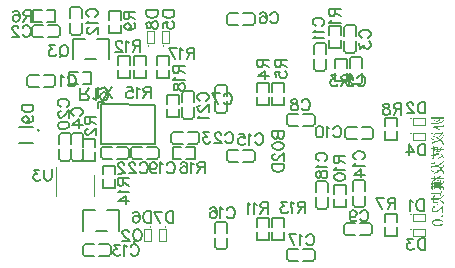
<source format=gbo>
G04 Layer: BottomSilkLayer*
G04 EasyEDA v6.4.20.6, 2021-08-10T23:17:12+08:00*
G04 038dca5a8d274e5a88e6f2799ec95489,d221c9f3c2774e99b69775551637dae4,10*
G04 Gerber Generator version 0.2*
G04 Scale: 100 percent, Rotated: No, Reflected: No *
G04 Dimensions in millimeters *
G04 leading zeros omitted , absolute positions ,4 integer and 5 decimal *
%FSLAX45Y45*%
%MOMM*%

%ADD42C,0.1524*%
%ADD43C,0.1200*%
%ADD46C,0.1270*%
%ADD47C,0.1520*%
%ADD48C,0.0800*%
%ADD49C,0.1500*%
%ADD50C,0.1000*%

%LPD*%
G36*
X3599687Y1316990D02*
G01*
X3599687Y1302512D01*
X3563620Y1302512D01*
X3564890Y1288542D01*
X3566210Y1288897D01*
X3567226Y1289659D01*
X3567937Y1290929D01*
X3568446Y1292860D01*
X3599687Y1292860D01*
X3599687Y1289304D01*
X3592322Y1283462D01*
X3601212Y1272794D01*
X3602177Y1273302D01*
X3602786Y1274064D01*
X3603142Y1275029D01*
X3603244Y1292860D01*
X3676650Y1292860D01*
X3677869Y1293571D01*
X3679139Y1295349D01*
X3680053Y1297787D01*
X3680460Y1300480D01*
X3680460Y1302512D01*
X3603244Y1302512D01*
X3603244Y1315974D01*
G37*
G36*
X3678682Y1286764D02*
G01*
X3674465Y1282242D01*
X3670096Y1278178D01*
X3665626Y1274572D01*
X3661003Y1271371D01*
X3656228Y1268526D01*
X3651300Y1266088D01*
X3646271Y1263954D01*
X3641090Y1262126D01*
X3635806Y1260602D01*
X3630371Y1259332D01*
X3619093Y1257452D01*
X3607358Y1256334D01*
X3595115Y1255776D01*
X3595115Y1276096D01*
X3591306Y1277112D01*
X3591306Y1255776D01*
X3563365Y1255776D01*
X3564890Y1240790D01*
X3566261Y1241145D01*
X3567328Y1241907D01*
X3568090Y1243279D01*
X3568446Y1245362D01*
X3580079Y1245412D01*
X3591306Y1245870D01*
X3591306Y1228090D01*
X3585210Y1222248D01*
X3594354Y1211580D01*
X3595674Y1213662D01*
X3596640Y1216914D01*
X3618026Y1217422D01*
X3635756Y1218184D01*
X3650030Y1219301D01*
X3661003Y1220825D01*
X3665321Y1221740D01*
X3668877Y1222806D01*
X3671722Y1223975D01*
X3673856Y1225296D01*
X3676497Y1228445D01*
X3678377Y1232052D01*
X3679444Y1236014D01*
X3679698Y1240282D01*
X3677361Y1240383D01*
X3675329Y1240739D01*
X3673652Y1241450D01*
X3672332Y1242568D01*
X3671062Y1244447D01*
X3669893Y1247292D01*
X3668979Y1250746D01*
X3668268Y1254506D01*
X3666236Y1254252D01*
X3667251Y1237996D01*
X3666947Y1235354D01*
X3666490Y1234338D01*
X3665728Y1233424D01*
X3664254Y1232408D01*
X3661968Y1231493D01*
X3658819Y1230680D01*
X3650030Y1229360D01*
X3638042Y1228293D01*
X3623056Y1227582D01*
X3595115Y1226820D01*
X3595115Y1245870D01*
X3607917Y1246581D01*
X3620211Y1247952D01*
X3626154Y1248968D01*
X3631946Y1250238D01*
X3637584Y1251813D01*
X3643071Y1253744D01*
X3648405Y1256030D01*
X3653536Y1258722D01*
X3658514Y1261821D01*
X3663340Y1265428D01*
X3667963Y1269542D01*
X3672433Y1274216D01*
X3676650Y1279398D01*
X3680714Y1285240D01*
G37*
G36*
X3639413Y1285748D02*
G01*
X3637076Y1285392D01*
X3634892Y1284173D01*
X3629253Y1278788D01*
X3623818Y1275537D01*
X3617264Y1272895D01*
X3610101Y1271524D01*
X3610356Y1269492D01*
X3620668Y1268120D01*
X3629304Y1268882D01*
X3636111Y1271219D01*
X3640836Y1274572D01*
X3642918Y1277112D01*
X3643782Y1280058D01*
X3643376Y1282903D01*
X3641598Y1284986D01*
G37*
G36*
X3612134Y1216406D02*
G01*
X3611372Y1214628D01*
X3615740Y1208887D01*
X3620109Y1204468D01*
X3624376Y1201318D01*
X3628491Y1199286D01*
X3632250Y1198219D01*
X3635552Y1197965D01*
X3638346Y1198473D01*
X3640480Y1199591D01*
X3641851Y1201115D01*
X3642360Y1202994D01*
X3641902Y1205077D01*
X3640328Y1207262D01*
X3633012Y1208074D01*
X3625545Y1210208D01*
X3618433Y1213154D01*
G37*
G36*
X3597910Y1189228D02*
G01*
X3597910Y1170178D01*
X3592829Y1165860D01*
X3601720Y1157478D01*
X3602837Y1159306D01*
X3603751Y1162304D01*
X3653536Y1162304D01*
X3637787Y1140714D01*
X3639058Y1139444D01*
X3651707Y1150670D01*
X3668776Y1166622D01*
X3670503Y1167333D01*
X3671874Y1168196D01*
X3673601Y1170178D01*
X3661664Y1177290D01*
X3660140Y1174546D01*
X3658870Y1173022D01*
X3657600Y1172362D01*
X3656076Y1172210D01*
X3601720Y1172210D01*
X3601720Y1187958D01*
G37*
G36*
X3565144Y1180592D02*
G01*
X3564382Y1179068D01*
X3566871Y1172514D01*
X3569665Y1167333D01*
X3572713Y1163472D01*
X3575761Y1160780D01*
X3578758Y1159154D01*
X3581603Y1158443D01*
X3584092Y1158544D01*
X3586073Y1159306D01*
X3587546Y1160729D01*
X3588258Y1162558D01*
X3588105Y1164742D01*
X3586987Y1167130D01*
X3581247Y1169263D01*
X3575405Y1172616D01*
X3569868Y1176578D01*
G37*
G36*
X3678428Y1161542D02*
G01*
X3675430Y1155649D01*
X3672078Y1150010D01*
X3668471Y1144625D01*
X3664508Y1139494D01*
X3660190Y1134618D01*
X3655618Y1130046D01*
X3650691Y1125728D01*
X3645408Y1121664D01*
X3636518Y1127048D01*
X3631793Y1129487D01*
X3621735Y1133856D01*
X3616401Y1135786D01*
X3605072Y1139088D01*
X3592829Y1141780D01*
X3579622Y1143762D01*
X3578606Y1141476D01*
X3590290Y1139190D01*
X3601313Y1136091D01*
X3606546Y1134313D01*
X3616451Y1130147D01*
X3621176Y1127810D01*
X3630066Y1122629D01*
X3634282Y1119835D01*
X3638296Y1116838D01*
X3629304Y1111808D01*
X3619652Y1107389D01*
X3609340Y1103528D01*
X3598316Y1100328D01*
X3586632Y1097737D01*
X3574287Y1095756D01*
X3577590Y1080770D01*
X3578809Y1081227D01*
X3579774Y1082141D01*
X3580434Y1083614D01*
X3580637Y1085596D01*
X3593084Y1088288D01*
X3604818Y1091641D01*
X3615791Y1095654D01*
X3626053Y1100277D01*
X3630879Y1102868D01*
X3639921Y1108608D01*
X3644137Y1111758D01*
X3648557Y1107338D01*
X3652723Y1102715D01*
X3656584Y1097838D01*
X3660190Y1092758D01*
X3663492Y1087475D01*
X3666540Y1081989D01*
X3669334Y1076248D01*
X3671824Y1070356D01*
X3673094Y1070610D01*
X3673551Y1074013D01*
X3674922Y1077061D01*
X3677158Y1079652D01*
X3680206Y1081786D01*
X3677412Y1087018D01*
X3671214Y1096822D01*
X3667760Y1101394D01*
X3664051Y1105712D01*
X3660140Y1109827D01*
X3655923Y1113688D01*
X3651504Y1117346D01*
X3656025Y1121765D01*
X3660292Y1126490D01*
X3664305Y1131468D01*
X3668064Y1136751D01*
X3671519Y1142288D01*
X3674668Y1148080D01*
X3677564Y1154176D01*
X3680206Y1160526D01*
G37*
G36*
X3565651Y1131570D02*
G01*
X3564890Y1129792D01*
X3568801Y1123391D01*
X3572814Y1118362D01*
X3576828Y1114704D01*
X3580688Y1112164D01*
X3584346Y1110691D01*
X3587597Y1110183D01*
X3590391Y1110437D01*
X3592576Y1111351D01*
X3594049Y1112774D01*
X3594658Y1114653D01*
X3594303Y1116787D01*
X3592829Y1119124D01*
X3585819Y1120749D01*
X3578555Y1123746D01*
X3571646Y1127506D01*
G37*
G36*
X3621024Y1061466D02*
G01*
X3618229Y1055878D01*
X3605123Y1051356D01*
X3589528Y1046480D01*
X3589528Y1060196D01*
X3585972Y1061212D01*
X3585972Y1045464D01*
X3573830Y1042111D01*
X3564128Y1039876D01*
X3567937Y1026160D01*
X3568852Y1026871D01*
X3569665Y1027887D01*
X3570274Y1029360D01*
X3570478Y1031494D01*
X3585972Y1035558D01*
X3585972Y1026160D01*
X3578860Y1020318D01*
X3581755Y1016355D01*
X3587496Y1009142D01*
X3588461Y1009650D01*
X3589070Y1010412D01*
X3589426Y1011377D01*
X3589528Y1036828D01*
X3605631Y1041755D01*
X3620008Y1046480D01*
X3620008Y1036066D01*
X3597910Y1036066D01*
X3599179Y1022858D01*
X3600399Y1023213D01*
X3601415Y1023975D01*
X3602228Y1025245D01*
X3602736Y1027176D01*
X3620008Y1027176D01*
X3620008Y1023619D01*
X3613404Y1018286D01*
X3621786Y1008380D01*
X3622801Y1008735D01*
X3623513Y1009446D01*
X3623919Y1010361D01*
X3624072Y1011428D01*
X3624072Y1027176D01*
X3642614Y1027176D01*
X3638296Y1006348D01*
X3640074Y1006094D01*
X3644290Y1015492D01*
X3649218Y1027176D01*
X3677665Y1027176D01*
X3678326Y1027785D01*
X3679240Y1029462D01*
X3680104Y1032103D01*
X3680460Y1037082D01*
X3653028Y1037082D01*
X3658362Y1051052D01*
X3659581Y1051509D01*
X3661206Y1052931D01*
X3661664Y1053846D01*
X3648964Y1060450D01*
X3647389Y1050747D01*
X3644646Y1037082D01*
X3624072Y1037082D01*
X3624072Y1046734D01*
X3628390Y1051306D01*
G37*
G36*
X3608578Y1013460D02*
G01*
X3608578Y994664D01*
X3589528Y990092D01*
X3589528Y1007110D01*
X3585718Y1008126D01*
X3585718Y989330D01*
X3573272Y986790D01*
X3563112Y985012D01*
X3567176Y971296D01*
X3568242Y972007D01*
X3569106Y972972D01*
X3569512Y974394D01*
X3569462Y976376D01*
X3585718Y979678D01*
X3585718Y964437D01*
X3578860Y958596D01*
X3587496Y948690D01*
X3588359Y949045D01*
X3588969Y949756D01*
X3589375Y950772D01*
X3589528Y951992D01*
X3589528Y980440D01*
X3608578Y985012D01*
X3608578Y960374D01*
X3601212Y954532D01*
X3607409Y947115D01*
X3610610Y943864D01*
X3611473Y944371D01*
X3612083Y945134D01*
X3612489Y946099D01*
X3612642Y947166D01*
X3612642Y985774D01*
X3630422Y990346D01*
X3630422Y966978D01*
X3624326Y960628D01*
X3634486Y950214D01*
X3635248Y951077D01*
X3635756Y952195D01*
X3636264Y955294D01*
X3641648Y959205D01*
X3647744Y964133D01*
X3653891Y969619D01*
X3659378Y975106D01*
X3663492Y968502D01*
X3667607Y963879D01*
X3671519Y960932D01*
X3675075Y959561D01*
X3677920Y959612D01*
X3679951Y960780D01*
X3680866Y962964D01*
X3680460Y965962D01*
X3676497Y969010D01*
X3672484Y972972D01*
X3668522Y977544D01*
X3664661Y982624D01*
X3661054Y987958D01*
X3657803Y993394D01*
X3654907Y998728D01*
X3652520Y1003808D01*
X3650996Y1002792D01*
X3652469Y995375D01*
X3654145Y988720D01*
X3656076Y982878D01*
X3658108Y977900D01*
X3646068Y972007D01*
X3633978Y966724D01*
X3633978Y990346D01*
X3639058Y995171D01*
X3631692Y1005078D01*
X3630066Y1002690D01*
X3628644Y999744D01*
X3612642Y995426D01*
X3612642Y1012190D01*
G37*
G36*
X3672840Y935990D02*
G01*
X3668268Y930706D01*
X3663391Y925779D01*
X3658209Y921207D01*
X3652723Y916990D01*
X3646932Y913079D01*
X3640988Y909523D01*
X3634740Y906221D01*
X3628390Y903274D01*
X3621836Y900531D01*
X3608374Y895959D01*
X3601465Y894080D01*
X3601465Y913892D01*
X3606546Y918464D01*
X3598672Y929386D01*
X3595878Y924052D01*
X3582162Y919175D01*
X3569970Y915416D01*
X3574796Y900937D01*
X3575812Y901496D01*
X3576574Y902512D01*
X3576929Y903986D01*
X3576828Y906018D01*
X3587089Y909319D01*
X3597910Y913384D01*
X3597910Y893064D01*
X3580384Y889711D01*
X3571646Y888441D01*
X3562858Y887476D01*
X3565651Y871728D01*
X3566820Y872286D01*
X3567734Y873302D01*
X3568344Y874776D01*
X3568700Y876808D01*
X3583381Y879144D01*
X3590645Y880618D01*
X3597910Y882396D01*
X3597910Y837692D01*
X3589274Y830834D01*
X3599434Y818388D01*
X3600297Y818794D01*
X3600907Y819607D01*
X3601313Y820674D01*
X3601465Y821944D01*
X3601465Y883412D01*
X3612896Y887069D01*
X3616706Y888492D01*
X3616706Y850137D01*
X3620262Y850137D01*
X3620262Y889762D01*
X3623310Y891032D01*
X3630168Y887730D01*
X3637026Y883056D01*
X3643680Y876706D01*
X3649979Y868426D01*
X3643325Y862736D01*
X3636162Y857758D01*
X3628491Y853592D01*
X3620262Y850137D01*
X3616706Y850137D01*
X3610610Y843534D01*
X3620515Y833119D01*
X3621278Y833983D01*
X3621735Y835152D01*
X3622040Y838708D01*
X3626713Y840790D01*
X3635501Y845566D01*
X3643579Y851153D01*
X3651046Y857554D01*
X3654551Y861060D01*
X3656736Y856894D01*
X3660901Y847445D01*
X3664762Y836472D01*
X3666642Y830427D01*
X3670046Y817118D01*
X3671570Y817372D01*
X3672433Y821232D01*
X3673957Y824280D01*
X3676396Y826516D01*
X3679951Y827786D01*
X3677818Y834339D01*
X3673246Y846023D01*
X3670858Y851255D01*
X3668369Y856081D01*
X3663137Y864666D01*
X3660394Y868426D01*
X3663899Y873455D01*
X3667099Y878890D01*
X3670046Y884732D01*
X3672738Y890981D01*
X3675176Y897686D01*
X3677310Y904748D01*
X3679139Y912266D01*
X3680714Y920242D01*
X3678682Y921003D01*
X3676650Y914044D01*
X3674364Y907389D01*
X3671824Y901090D01*
X3668979Y895096D01*
X3665931Y889457D01*
X3662629Y884123D01*
X3659124Y879144D01*
X3655314Y874521D01*
X3648456Y880973D01*
X3641242Y886053D01*
X3633927Y889914D01*
X3626612Y892810D01*
X3635959Y897636D01*
X3644798Y903224D01*
X3649065Y906322D01*
X3653129Y909624D01*
X3660901Y916940D01*
X3664559Y920953D01*
X3668014Y925220D01*
X3671265Y929690D01*
X3674364Y934466D01*
G37*
G36*
X3568192Y862076D02*
G01*
X3567176Y861060D01*
X3569614Y853948D01*
X3572459Y848309D01*
X3575507Y844143D01*
X3578606Y841197D01*
X3581704Y839419D01*
X3584600Y838657D01*
X3587089Y838758D01*
X3589172Y839571D01*
X3590594Y841044D01*
X3591306Y843026D01*
X3591051Y845312D01*
X3589782Y847852D01*
X3584143Y850188D01*
X3578301Y853744D01*
X3572814Y857910D01*
G37*
G36*
X3650487Y809498D02*
G01*
X3644747Y806043D01*
X3638600Y802944D01*
X3632149Y800201D01*
X3625392Y797763D01*
X3618433Y795629D01*
X3611321Y793800D01*
X3604158Y792226D01*
X3596894Y790956D01*
X3596894Y806958D01*
X3593337Y807974D01*
X3593337Y789432D01*
X3563620Y789432D01*
X3565144Y774954D01*
X3566363Y775309D01*
X3567379Y776122D01*
X3568192Y777443D01*
X3568700Y779526D01*
X3593337Y779526D01*
X3593337Y776478D01*
X3585210Y770636D01*
X3588512Y766876D01*
X3594862Y760222D01*
X3595827Y760577D01*
X3596436Y761288D01*
X3596792Y762304D01*
X3596894Y779526D01*
X3610356Y779526D01*
X3614724Y771753D01*
X3619195Y766673D01*
X3623513Y763879D01*
X3627272Y763016D01*
X3630218Y763676D01*
X3631946Y765454D01*
X3632250Y767994D01*
X3630676Y770890D01*
X3626358Y772312D01*
X3621684Y774446D01*
X3612896Y779526D01*
X3676904Y779526D01*
X3677970Y780237D01*
X3679139Y782015D01*
X3680104Y784555D01*
X3680460Y787400D01*
X3680460Y789432D01*
X3625087Y789432D01*
X3632200Y793292D01*
X3639108Y797661D01*
X3645611Y802538D01*
X3651758Y807974D01*
G37*
G36*
X3678682Y776478D02*
G01*
X3675583Y768045D01*
X3672281Y760882D01*
X3668877Y754989D01*
X3665321Y750112D01*
X3661613Y746252D01*
X3657701Y743254D01*
X3653688Y741019D01*
X3649472Y739394D01*
X3649472Y770128D01*
X3645662Y771144D01*
X3645662Y738378D01*
X3638600Y737362D01*
X3630929Y737108D01*
X3630929Y750062D01*
X3635501Y750062D01*
X3636314Y750773D01*
X3637330Y752703D01*
X3638194Y755294D01*
X3638550Y759714D01*
X3591560Y759714D01*
X3595562Y750062D01*
X3627374Y750062D01*
X3627374Y711454D01*
X3615436Y711454D01*
X3615436Y750062D01*
X3611626Y750062D01*
X3611626Y711454D01*
X3599687Y711454D01*
X3599687Y750062D01*
X3595562Y750062D01*
X3595878Y749300D01*
X3595878Y712470D01*
X3590290Y707390D01*
X3598672Y696468D01*
X3599434Y697230D01*
X3600653Y699668D01*
X3600958Y701294D01*
X3633215Y701294D01*
X3634028Y702259D01*
X3635146Y704342D01*
X3636111Y706983D01*
X3636518Y709676D01*
X3636518Y711454D01*
X3630929Y711454D01*
X3630929Y726186D01*
X3638600Y726643D01*
X3645662Y727710D01*
X3645662Y708406D01*
X3637279Y702056D01*
X3647186Y690372D01*
X3648201Y690727D01*
X3648913Y691438D01*
X3649319Y692454D01*
X3649472Y693674D01*
X3649472Y724916D01*
X3652570Y722985D01*
X3655517Y720445D01*
X3658362Y717143D01*
X3661003Y713130D01*
X3663442Y708202D01*
X3665677Y702360D01*
X3667607Y695502D01*
X3669284Y687578D01*
X3670808Y687832D01*
X3671976Y691388D01*
X3673703Y694080D01*
X3676345Y695858D01*
X3680206Y696722D01*
X3677615Y703732D01*
X3674465Y709676D01*
X3670858Y714603D01*
X3666947Y718616D01*
X3662730Y721817D01*
X3658362Y724357D01*
X3653891Y726287D01*
X3649472Y727710D01*
X3649472Y728472D01*
X3654551Y730351D01*
X3659276Y733044D01*
X3663696Y736650D01*
X3667760Y741476D01*
X3671519Y747522D01*
X3674922Y755091D01*
X3677970Y764235D01*
X3680714Y775208D01*
G37*
G36*
X3577844Y767334D02*
G01*
X3577844Y748284D01*
X3564128Y748284D01*
X3565398Y734060D01*
X3566617Y734568D01*
X3567633Y735431D01*
X3568446Y736803D01*
X3568954Y738886D01*
X3577844Y738886D01*
X3577844Y722376D01*
X3564128Y722376D01*
X3565398Y708406D01*
X3566617Y708761D01*
X3567633Y709523D01*
X3568446Y710895D01*
X3568954Y712978D01*
X3577844Y712978D01*
X3577844Y707136D01*
X3570478Y701294D01*
X3573526Y697534D01*
X3579622Y690880D01*
X3580587Y691337D01*
X3581196Y692048D01*
X3581552Y692861D01*
X3581654Y712978D01*
X3589020Y712978D01*
X3589883Y713689D01*
X3590798Y715619D01*
X3591509Y718210D01*
X3591814Y722376D01*
X3581654Y722376D01*
X3581654Y738886D01*
X3589528Y738886D01*
X3590290Y739597D01*
X3591204Y741375D01*
X3592017Y743915D01*
X3592322Y748284D01*
X3581654Y748284D01*
X3581654Y766318D01*
G37*
G36*
X3650996Y682244D02*
G01*
X3649726Y674573D01*
X3647694Y664210D01*
X3602990Y664210D01*
X3602990Y680974D01*
X3599179Y681990D01*
X3599179Y664210D01*
X3565906Y664210D01*
X3567176Y649224D01*
X3568446Y649732D01*
X3569563Y650595D01*
X3570427Y651967D01*
X3570986Y654050D01*
X3599179Y654050D01*
X3599179Y648970D01*
X3591051Y643382D01*
X3594404Y639622D01*
X3600958Y633222D01*
X3601821Y633577D01*
X3602431Y634187D01*
X3602837Y635203D01*
X3602990Y636524D01*
X3602990Y654050D01*
X3645662Y654050D01*
X3641090Y632460D01*
X3642868Y632206D01*
X3650792Y649376D01*
X3661156Y673354D01*
X3662984Y674573D01*
X3664204Y676402D01*
G37*
G36*
X3678682Y660908D02*
G01*
X3675583Y654558D01*
X3672281Y648868D01*
X3668826Y643737D01*
X3665118Y639165D01*
X3661257Y635152D01*
X3657193Y631647D01*
X3653028Y628599D01*
X3648659Y626008D01*
X3644087Y623824D01*
X3639413Y622046D01*
X3634587Y620623D01*
X3629660Y619506D01*
X3629660Y647446D01*
X3626104Y648462D01*
X3626104Y618744D01*
X3616553Y617728D01*
X3606800Y617474D01*
X3590036Y617474D01*
X3590036Y637794D01*
X3586226Y638810D01*
X3586226Y617474D01*
X3563874Y617474D01*
X3565398Y602742D01*
X3566617Y603097D01*
X3567633Y603910D01*
X3568446Y605231D01*
X3568954Y607314D01*
X3586226Y607314D01*
X3586226Y591058D01*
X3585161Y590042D01*
X3590036Y590042D01*
X3590036Y607314D01*
X3611727Y607415D01*
X3616553Y607669D01*
X3626104Y608838D01*
X3626104Y590042D01*
X3585161Y590042D01*
X3580637Y585724D01*
X3589274Y574548D01*
X3590747Y576783D01*
X3591814Y580136D01*
X3626104Y580136D01*
X3626104Y578104D01*
X3617722Y572262D01*
X3627628Y561848D01*
X3628593Y562203D01*
X3629202Y562914D01*
X3629558Y563930D01*
X3629660Y606298D01*
X3633266Y605078D01*
X3640531Y601522D01*
X3644188Y599135D01*
X3647795Y596341D01*
X3651402Y593140D01*
X3654856Y589381D01*
X3658209Y585165D01*
X3661460Y580390D01*
X3664508Y575056D01*
X3667404Y569163D01*
X3670046Y562610D01*
X3671570Y562864D01*
X3672586Y566420D01*
X3674211Y569163D01*
X3676751Y571093D01*
X3680460Y572262D01*
X3677158Y578154D01*
X3673500Y583387D01*
X3669537Y588010D01*
X3665372Y592074D01*
X3661003Y595630D01*
X3656482Y598678D01*
X3651910Y601268D01*
X3647287Y603504D01*
X3642715Y605332D01*
X3633825Y608076D01*
X3629660Y609092D01*
X3629660Y609346D01*
X3635095Y610717D01*
X3640378Y612495D01*
X3645509Y614680D01*
X3650386Y617321D01*
X3655110Y620471D01*
X3659581Y624128D01*
X3663797Y628396D01*
X3667760Y633272D01*
X3671468Y638860D01*
X3674872Y645109D01*
X3677920Y652119D01*
X3680714Y659892D01*
G37*
G36*
X3596386Y552704D02*
G01*
X3591407Y551484D01*
X3587089Y549402D01*
X3583482Y546557D01*
X3580536Y543102D01*
X3578199Y539038D01*
X3576574Y534517D01*
X3575608Y529640D01*
X3575304Y524510D01*
X3575761Y518312D01*
X3577132Y512978D01*
X3579266Y508558D01*
X3582212Y505002D01*
X3585768Y502310D01*
X3589985Y500380D01*
X3594709Y499211D01*
X3599942Y498856D01*
X3604310Y499211D01*
X3608628Y500227D01*
X3612997Y502107D01*
X3617671Y504901D01*
X3622751Y508609D01*
X3628491Y513435D01*
X3635095Y519379D01*
X3659378Y543052D01*
X3659378Y494792D01*
X3670300Y494792D01*
X3670300Y551942D01*
X3661664Y551942D01*
X3637787Y530860D01*
X3627018Y521919D01*
X3622141Y518464D01*
X3617518Y515670D01*
X3613150Y513537D01*
X3608933Y512013D01*
X3604818Y511098D01*
X3600704Y510793D01*
X3592474Y512013D01*
X3586226Y515416D01*
X3582263Y520750D01*
X3580892Y527812D01*
X3581095Y531317D01*
X3581654Y535432D01*
X3591814Y538226D01*
X3595878Y539648D01*
X3598621Y541375D01*
X3600196Y543407D01*
X3600704Y545846D01*
X3600399Y547878D01*
X3599484Y549757D01*
X3598113Y551383D01*
G37*
G36*
X3662679Y477774D02*
G01*
X3658920Y477012D01*
X3655872Y474980D01*
X3653790Y471982D01*
X3653028Y468376D01*
X3653790Y464616D01*
X3655872Y461568D01*
X3658920Y459485D01*
X3662679Y458724D01*
X3666286Y459485D01*
X3669284Y461568D01*
X3671315Y464616D01*
X3672078Y468376D01*
X3671315Y471982D01*
X3669284Y474980D01*
X3666286Y477012D01*
G37*
G36*
X3623056Y441451D02*
G01*
X3614826Y441147D01*
X3607460Y440334D01*
X3600907Y439013D01*
X3595217Y437184D01*
X3590290Y435000D01*
X3586124Y432460D01*
X3582670Y429615D01*
X3579926Y426466D01*
X3577894Y423113D01*
X3576421Y419608D01*
X3575558Y415950D01*
X3575304Y412242D01*
X3580892Y412242D01*
X3581349Y415543D01*
X3582771Y418642D01*
X3585413Y421538D01*
X3589375Y424078D01*
X3594963Y426212D01*
X3602329Y427837D01*
X3611626Y428904D01*
X3623056Y429259D01*
X3634943Y428904D01*
X3644544Y427837D01*
X3652164Y426212D01*
X3657955Y424078D01*
X3662121Y421538D01*
X3664813Y418642D01*
X3666286Y415543D01*
X3666744Y412242D01*
X3666286Y409041D01*
X3664762Y406044D01*
X3662019Y403199D01*
X3657854Y400761D01*
X3652062Y398678D01*
X3644442Y397103D01*
X3634841Y396087D01*
X3623056Y395732D01*
X3611626Y396087D01*
X3602329Y397103D01*
X3594963Y398678D01*
X3589375Y400761D01*
X3585413Y403199D01*
X3582771Y405993D01*
X3581349Y409041D01*
X3580892Y412242D01*
X3575304Y412242D01*
X3575558Y408584D01*
X3576421Y404977D01*
X3577894Y401523D01*
X3579926Y398170D01*
X3582670Y395071D01*
X3586124Y392226D01*
X3590290Y389686D01*
X3595217Y387502D01*
X3600907Y385724D01*
X3607460Y384403D01*
X3614826Y383590D01*
X3623056Y383286D01*
X3631590Y383590D01*
X3639210Y384403D01*
X3645915Y385724D01*
X3651808Y387502D01*
X3656837Y389686D01*
X3661105Y392226D01*
X3664610Y395071D01*
X3667404Y398170D01*
X3669487Y401523D01*
X3670960Y404977D01*
X3671824Y408584D01*
X3672078Y412242D01*
X3671824Y415950D01*
X3670960Y419608D01*
X3669487Y423113D01*
X3667404Y426466D01*
X3664610Y429615D01*
X3661105Y432460D01*
X3656837Y435000D01*
X3651808Y437184D01*
X3645915Y439013D01*
X3639210Y440334D01*
X3631590Y441147D01*
G37*
D46*
X2224384Y1187907D02*
G01*
X2319840Y1187907D01*
X2224384Y1187907D02*
G01*
X2224384Y1146997D01*
X2228931Y1133360D01*
X2233475Y1128816D01*
X2242565Y1124270D01*
X2251656Y1124270D01*
X2260747Y1128816D01*
X2265293Y1133360D01*
X2269840Y1146997D01*
X2269840Y1187907D02*
G01*
X2269840Y1146997D01*
X2274384Y1133360D01*
X2278931Y1128816D01*
X2288021Y1124270D01*
X2301656Y1124270D01*
X2310747Y1128816D01*
X2315293Y1133360D01*
X2319840Y1146997D01*
X2319840Y1187907D01*
X2224384Y1066998D02*
G01*
X2228931Y1080635D01*
X2242565Y1089726D01*
X2265293Y1094270D01*
X2278931Y1094270D01*
X2301656Y1089726D01*
X2315293Y1080635D01*
X2319840Y1066998D01*
X2319840Y1057907D01*
X2315293Y1044270D01*
X2301656Y1035179D01*
X2278931Y1030635D01*
X2265293Y1030635D01*
X2242565Y1035179D01*
X2228931Y1044270D01*
X2224384Y1057907D01*
X2224384Y1066998D01*
X2247112Y996088D02*
G01*
X2242565Y996088D01*
X2233475Y991542D01*
X2228931Y986998D01*
X2224384Y977907D01*
X2224384Y959726D01*
X2228931Y950635D01*
X2233475Y946089D01*
X2242565Y941542D01*
X2251656Y941542D01*
X2260747Y946089D01*
X2274384Y955179D01*
X2319840Y1000635D01*
X2319840Y936998D01*
X2224384Y906998D02*
G01*
X2319840Y906998D01*
X2224384Y906998D02*
G01*
X2224384Y875179D01*
X2228931Y861542D01*
X2238021Y852451D01*
X2247112Y847907D01*
X2260747Y843361D01*
X2283475Y843361D01*
X2297112Y847907D01*
X2306203Y852451D01*
X2315293Y861542D01*
X2319840Y875179D01*
X2319840Y906998D01*
X102301Y1408290D02*
G01*
X197746Y1409623D01*
X102301Y1408290D02*
G01*
X102745Y1376476D01*
X107480Y1362905D01*
X116697Y1353941D01*
X125851Y1349522D01*
X139550Y1345168D01*
X162275Y1345486D01*
X175846Y1350220D01*
X184871Y1354894D01*
X193835Y1364109D01*
X198191Y1377807D01*
X197746Y1409623D01*
X136248Y1256022D02*
G01*
X149819Y1260759D01*
X158783Y1269974D01*
X163136Y1283672D01*
X163073Y1288219D01*
X158338Y1301790D01*
X149120Y1310754D01*
X135422Y1315107D01*
X130878Y1315044D01*
X117307Y1310309D01*
X108343Y1301092D01*
X103990Y1287393D01*
X104051Y1282849D01*
X108788Y1269276D01*
X118005Y1260314D01*
X136248Y1256022D01*
X158973Y1256339D01*
X181635Y1261201D01*
X195143Y1270482D01*
X199496Y1284180D01*
X199369Y1293271D01*
X194635Y1306842D01*
X185480Y1311262D01*
X2248601Y1789290D02*
G01*
X2344046Y1790623D01*
X2248601Y1789290D02*
G01*
X2249172Y1748386D01*
X2253907Y1734814D01*
X2258514Y1730331D01*
X2267668Y1725914D01*
X2276759Y1726041D01*
X2285786Y1730712D01*
X2290267Y1735322D01*
X2294623Y1749021D01*
X2294051Y1789925D01*
X2294496Y1758111D02*
G01*
X2344935Y1726994D01*
X2250668Y1641124D02*
G01*
X2250036Y1686572D01*
X2290876Y1691690D01*
X2286396Y1687080D01*
X2282040Y1673382D01*
X2282230Y1659747D01*
X2286965Y1646176D01*
X2296182Y1637212D01*
X2309881Y1632859D01*
X2318971Y1632986D01*
X2332542Y1637720D01*
X2341506Y1646938D01*
X2345860Y1660636D01*
X2345669Y1674271D01*
X2340935Y1687842D01*
X2336327Y1692325D01*
X2327173Y1696742D01*
X2501684Y590306D02*
G01*
X2503017Y494860D01*
X2501684Y590306D02*
G01*
X2460779Y589734D01*
X2447208Y585000D01*
X2442725Y580392D01*
X2438308Y571238D01*
X2438435Y562147D01*
X2443106Y553120D01*
X2447716Y548639D01*
X2461414Y544283D01*
X2502319Y544855D01*
X2470505Y544410D02*
G01*
X2439388Y493971D01*
X2408311Y570819D02*
G01*
X2399156Y575236D01*
X2385331Y588680D01*
X2386665Y493237D01*
X2346246Y588137D02*
G01*
X2296251Y587438D01*
X2324028Y551459D01*
X2310394Y551268D01*
X2301366Y546595D01*
X2296883Y541987D01*
X2292530Y528289D01*
X2292657Y519198D01*
X2297391Y505627D01*
X2306609Y496663D01*
X2320307Y492310D01*
X2333942Y492500D01*
X2347513Y497235D01*
X2351996Y501843D01*
X2356413Y510997D01*
X2705801Y2221090D02*
G01*
X2801246Y2222423D01*
X2705801Y2221090D02*
G01*
X2706372Y2180186D01*
X2711107Y2166614D01*
X2715714Y2162131D01*
X2724868Y2157714D01*
X2733959Y2157841D01*
X2742986Y2162512D01*
X2747467Y2167122D01*
X2751823Y2180821D01*
X2751251Y2221725D01*
X2751696Y2189911D02*
G01*
X2802135Y2158794D01*
X2725287Y2127717D02*
G01*
X2720870Y2118563D01*
X2707426Y2104737D01*
X2802869Y2106071D01*
X635701Y1306690D02*
G01*
X731146Y1308023D01*
X635701Y1306690D02*
G01*
X636272Y1265786D01*
X641007Y1252214D01*
X645614Y1247731D01*
X654768Y1243314D01*
X663859Y1243441D01*
X672886Y1248112D01*
X677367Y1252722D01*
X681723Y1266421D01*
X681151Y1307325D01*
X681596Y1275511D02*
G01*
X732035Y1244394D01*
X659795Y1208836D02*
G01*
X655251Y1208773D01*
X646224Y1204099D01*
X641743Y1199492D01*
X637326Y1190337D01*
X637578Y1172159D01*
X642251Y1163132D01*
X646859Y1158651D01*
X656013Y1154231D01*
X665104Y1154358D01*
X674128Y1159032D01*
X687638Y1168311D01*
X732452Y1214396D01*
X733341Y1150767D01*
X2868790Y1662998D02*
G01*
X2870123Y1567553D01*
X2868790Y1662998D02*
G01*
X2827886Y1662427D01*
X2814314Y1657692D01*
X2809831Y1653085D01*
X2805414Y1643931D01*
X2805541Y1634840D01*
X2810212Y1625813D01*
X2814822Y1621332D01*
X2828521Y1616976D01*
X2869425Y1617548D01*
X2837611Y1617103D02*
G01*
X2806494Y1566664D01*
X2766072Y1661563D02*
G01*
X2716077Y1660867D01*
X2743855Y1624888D01*
X2730220Y1624698D01*
X2721195Y1620024D01*
X2716712Y1615417D01*
X2712359Y1601718D01*
X2712486Y1592628D01*
X2717220Y1579057D01*
X2726438Y1570093D01*
X2740136Y1565739D01*
X2753771Y1565930D01*
X2767342Y1570664D01*
X2771825Y1575272D01*
X2776242Y1584426D01*
X2096201Y1789290D02*
G01*
X2191646Y1790623D01*
X2096201Y1789290D02*
G01*
X2096772Y1748386D01*
X2101507Y1734814D01*
X2106114Y1730331D01*
X2115268Y1725914D01*
X2124359Y1726041D01*
X2133386Y1730712D01*
X2137867Y1735322D01*
X2142223Y1749021D01*
X2141651Y1789925D01*
X2142096Y1758111D02*
G01*
X2192535Y1726994D01*
X2098141Y1650212D02*
G01*
X2161138Y1696552D01*
X2162091Y1628376D01*
X2098141Y1650212D02*
G01*
X2193587Y1651546D01*
X176390Y2209098D02*
G01*
X177723Y2113653D01*
X176390Y2209098D02*
G01*
X135486Y2208527D01*
X121914Y2203792D01*
X117431Y2199185D01*
X113014Y2190031D01*
X113141Y2180940D01*
X117812Y2171913D01*
X122422Y2167432D01*
X136121Y2163076D01*
X177025Y2163648D01*
X145211Y2163203D02*
G01*
X114094Y2112764D01*
X28414Y2193394D02*
G01*
X32832Y2202548D01*
X46403Y2207285D01*
X55493Y2207409D01*
X69192Y2203056D01*
X78473Y2189548D01*
X83334Y2166886D01*
X83652Y2144161D01*
X79362Y2125919D01*
X70398Y2116701D01*
X56827Y2111966D01*
X52280Y2111903D01*
X38582Y2116256D01*
X29364Y2125220D01*
X24630Y2138791D01*
X24566Y2143335D01*
X28922Y2157034D01*
X37884Y2166251D01*
X51455Y2170988D01*
X56001Y2171049D01*
X69700Y2166696D01*
X78917Y2157732D01*
X83652Y2144161D01*
X3262490Y621598D02*
G01*
X3263823Y526153D01*
X3262490Y621598D02*
G01*
X3221586Y621027D01*
X3208014Y616292D01*
X3203531Y611685D01*
X3199114Y602531D01*
X3199241Y593440D01*
X3203912Y584413D01*
X3208522Y579932D01*
X3222221Y575576D01*
X3263125Y576148D01*
X3231311Y575703D02*
G01*
X3200194Y525264D01*
X3105233Y619404D02*
G01*
X3152015Y524593D01*
X3168863Y620290D02*
G01*
X3105233Y619404D01*
X3313290Y1421698D02*
G01*
X3314623Y1326253D01*
X3313290Y1421698D02*
G01*
X3272386Y1421127D01*
X3258814Y1416392D01*
X3254331Y1411785D01*
X3249914Y1402631D01*
X3250041Y1393540D01*
X3254712Y1384513D01*
X3259322Y1380032D01*
X3273021Y1375676D01*
X3313925Y1376248D01*
X3282111Y1375803D02*
G01*
X3250994Y1325364D01*
X3196937Y1420073D02*
G01*
X3210636Y1415719D01*
X3215309Y1406692D01*
X3215436Y1397604D01*
X3211017Y1388450D01*
X3201992Y1383776D01*
X3183874Y1378978D01*
X3170303Y1374244D01*
X3161339Y1365026D01*
X3156922Y1355872D01*
X3157113Y1342237D01*
X3161784Y1333210D01*
X3166391Y1328729D01*
X3180092Y1324376D01*
X3198271Y1324630D01*
X3211842Y1329364D01*
X3216325Y1333972D01*
X3220742Y1343126D01*
X3220552Y1356761D01*
X3215881Y1365788D01*
X3206663Y1374752D01*
X3192965Y1379105D01*
X3174720Y1383398D01*
X3165568Y1387815D01*
X3160895Y1396842D01*
X3160768Y1405930D01*
X3165187Y1415084D01*
X3178759Y1419821D01*
X3196937Y1420073D01*
X965901Y2195690D02*
G01*
X1061346Y2197023D01*
X965901Y2195690D02*
G01*
X966472Y2154786D01*
X971207Y2141214D01*
X975814Y2136731D01*
X984968Y2132314D01*
X994059Y2132441D01*
X1003086Y2137112D01*
X1007567Y2141722D01*
X1011923Y2155421D01*
X1011351Y2196325D01*
X1011796Y2164511D02*
G01*
X1062235Y2133394D01*
X999848Y2043422D02*
G01*
X1013419Y2048159D01*
X1022383Y2057374D01*
X1026736Y2071072D01*
X1026673Y2075619D01*
X1021938Y2089190D01*
X1012720Y2098154D01*
X999022Y2102507D01*
X994478Y2102444D01*
X980907Y2097709D01*
X971943Y2088492D01*
X967590Y2074793D01*
X967651Y2070249D01*
X972388Y2056676D01*
X981605Y2047714D01*
X999848Y2043422D01*
X1022573Y2043739D01*
X1045235Y2048601D01*
X1058743Y2057882D01*
X1063096Y2071580D01*
X1062969Y2080671D01*
X1058235Y2094242D01*
X1049080Y2098662D01*
X2743901Y976490D02*
G01*
X2839346Y977823D01*
X2743901Y976490D02*
G01*
X2744472Y935586D01*
X2749207Y922014D01*
X2753814Y917531D01*
X2762968Y913114D01*
X2772059Y913241D01*
X2781086Y917912D01*
X2785567Y922522D01*
X2789923Y936221D01*
X2789351Y977125D01*
X2789796Y945311D02*
G01*
X2840235Y914194D01*
X2763387Y883117D02*
G01*
X2758970Y873963D01*
X2745526Y860137D01*
X2840969Y861471D01*
X2746324Y802871D02*
G01*
X2750680Y816569D01*
X2764188Y825850D01*
X2786849Y830712D01*
X2800484Y830902D01*
X2823273Y826676D01*
X2837035Y817775D01*
X2841769Y804204D01*
X2841896Y795113D01*
X2837543Y781415D01*
X2824035Y772134D01*
X2801373Y767273D01*
X2787738Y767082D01*
X2764950Y771311D01*
X2751188Y780209D01*
X2746451Y793780D01*
X2746324Y802871D01*
X2182990Y583498D02*
G01*
X2184323Y488053D01*
X2182990Y583498D02*
G01*
X2142086Y582927D01*
X2128514Y578192D01*
X2124031Y573585D01*
X2119614Y564431D01*
X2119741Y555340D01*
X2124412Y546313D01*
X2129022Y541832D01*
X2142721Y537476D01*
X2183625Y538048D01*
X2151811Y537603D02*
G01*
X2120694Y487164D01*
X2089617Y564012D02*
G01*
X2080463Y568429D01*
X2066637Y581873D01*
X2067971Y486430D01*
X2036894Y563275D02*
G01*
X2027742Y567692D01*
X2013917Y581139D01*
X2015248Y485693D01*
X1103490Y1955098D02*
G01*
X1104823Y1859653D01*
X1103490Y1955098D02*
G01*
X1062586Y1954527D01*
X1049014Y1949792D01*
X1044531Y1945185D01*
X1040114Y1936031D01*
X1040241Y1926940D01*
X1044912Y1917913D01*
X1049522Y1913432D01*
X1063221Y1909076D01*
X1104125Y1909648D01*
X1072311Y1909203D02*
G01*
X1041194Y1858764D01*
X1010117Y1935612D02*
G01*
X1000963Y1940029D01*
X987137Y1953473D01*
X988471Y1858030D01*
X952914Y1930267D02*
G01*
X952850Y1934811D01*
X948179Y1943839D01*
X943569Y1948319D01*
X934417Y1952739D01*
X916236Y1952485D01*
X907209Y1947811D01*
X902728Y1943204D01*
X898311Y1934049D01*
X898436Y1924961D01*
X903109Y1915934D01*
X912390Y1902426D01*
X958474Y1857611D01*
X894844Y1856722D01*
X915101Y785990D02*
G01*
X1010546Y787323D01*
X915101Y785990D02*
G01*
X915672Y745086D01*
X920407Y731514D01*
X925014Y727031D01*
X934168Y722614D01*
X943259Y722741D01*
X952286Y727412D01*
X956767Y732022D01*
X961123Y745721D01*
X960551Y786625D01*
X960996Y754811D02*
G01*
X1011435Y723694D01*
X934587Y692617D02*
G01*
X930170Y683463D01*
X916726Y669637D01*
X1012169Y670971D01*
X917778Y594192D02*
G01*
X980775Y640529D01*
X981725Y572355D01*
X917778Y594192D02*
G01*
X1013223Y595523D01*
X1192390Y1561398D02*
G01*
X1193723Y1465953D01*
X1192390Y1561398D02*
G01*
X1151486Y1560827D01*
X1137914Y1556092D01*
X1133431Y1551485D01*
X1129014Y1542331D01*
X1129141Y1533240D01*
X1133812Y1524213D01*
X1138422Y1519732D01*
X1152121Y1515376D01*
X1193025Y1515948D01*
X1161211Y1515503D02*
G01*
X1130094Y1465064D01*
X1099017Y1541912D02*
G01*
X1089863Y1546329D01*
X1076037Y1559773D01*
X1077371Y1464330D01*
X991501Y1558594D02*
G01*
X1036952Y1559229D01*
X1042068Y1518386D01*
X1037460Y1522869D01*
X1023759Y1527223D01*
X1010124Y1527032D01*
X996553Y1522298D01*
X987590Y1513080D01*
X983236Y1499382D01*
X983363Y1490291D01*
X988098Y1476720D01*
X997315Y1467756D01*
X1011013Y1463403D01*
X1024648Y1463593D01*
X1038219Y1468328D01*
X1042703Y1472935D01*
X1047120Y1482089D01*
X1649590Y926398D02*
G01*
X1650923Y830953D01*
X1649590Y926398D02*
G01*
X1608686Y925827D01*
X1595114Y921092D01*
X1590631Y916485D01*
X1586214Y907331D01*
X1586341Y898240D01*
X1591012Y889213D01*
X1595622Y884732D01*
X1609321Y880376D01*
X1650225Y880948D01*
X1618411Y880503D02*
G01*
X1587294Y830064D01*
X1556217Y906912D02*
G01*
X1547063Y911329D01*
X1533237Y924773D01*
X1534571Y829330D01*
X1448892Y909960D02*
G01*
X1453309Y919111D01*
X1466880Y923848D01*
X1475971Y923975D01*
X1489669Y919619D01*
X1498950Y906111D01*
X1503812Y883450D01*
X1504129Y860724D01*
X1499839Y842482D01*
X1490875Y833264D01*
X1477304Y828530D01*
X1472760Y828466D01*
X1459059Y832820D01*
X1449844Y841783D01*
X1445107Y855355D01*
X1445044Y859901D01*
X1449400Y873599D01*
X1458363Y882815D01*
X1471935Y887552D01*
X1476479Y887615D01*
X1490177Y883259D01*
X1499395Y874295D01*
X1504129Y860724D01*
X1560690Y1891598D02*
G01*
X1562023Y1796153D01*
X1560690Y1891598D02*
G01*
X1519786Y1891027D01*
X1506214Y1886292D01*
X1501731Y1881685D01*
X1497314Y1872531D01*
X1497441Y1863440D01*
X1502112Y1854413D01*
X1506722Y1849932D01*
X1520421Y1845576D01*
X1561325Y1846148D01*
X1529511Y1845703D02*
G01*
X1498394Y1795264D01*
X1467317Y1872112D02*
G01*
X1458163Y1876529D01*
X1444337Y1889973D01*
X1445671Y1794530D01*
X1350711Y1888667D02*
G01*
X1397495Y1793857D01*
X1414340Y1889556D02*
G01*
X1350711Y1888667D01*
X1385001Y1738490D02*
G01*
X1480446Y1739823D01*
X1385001Y1738490D02*
G01*
X1385572Y1697586D01*
X1390307Y1684014D01*
X1394914Y1679531D01*
X1404068Y1675114D01*
X1413159Y1675241D01*
X1422186Y1679912D01*
X1426667Y1684522D01*
X1431023Y1698221D01*
X1430451Y1739125D01*
X1430896Y1707311D02*
G01*
X1481335Y1676194D01*
X1404487Y1645117D02*
G01*
X1400070Y1635963D01*
X1386626Y1622137D01*
X1482069Y1623471D01*
X1387360Y1569417D02*
G01*
X1391716Y1583115D01*
X1400743Y1587787D01*
X1409832Y1587914D01*
X1418986Y1583496D01*
X1423657Y1574469D01*
X1428457Y1556351D01*
X1433192Y1542780D01*
X1442410Y1533817D01*
X1451561Y1529400D01*
X1465199Y1529590D01*
X1474223Y1534261D01*
X1478706Y1538871D01*
X1483060Y1552569D01*
X1482806Y1570748D01*
X1478071Y1584319D01*
X1473464Y1588803D01*
X1464309Y1593220D01*
X1450675Y1593029D01*
X1441648Y1588358D01*
X1432684Y1579140D01*
X1428330Y1565442D01*
X1424038Y1547200D01*
X1419621Y1538046D01*
X1410594Y1533375D01*
X1401503Y1533248D01*
X1392351Y1537665D01*
X1387614Y1551236D01*
X1387360Y1569417D01*
X354190Y862898D02*
G01*
X355142Y794722D01*
X350789Y781024D01*
X341825Y771809D01*
X328254Y767072D01*
X319163Y766945D01*
X305465Y771301D01*
X296247Y780265D01*
X291513Y793836D01*
X290560Y862009D01*
X251472Y861463D02*
G01*
X201477Y860767D01*
X229255Y824788D01*
X215620Y824598D01*
X206595Y819924D01*
X202112Y815317D01*
X197759Y801618D01*
X197886Y792528D01*
X202620Y778957D01*
X211838Y769993D01*
X225536Y765639D01*
X239171Y765830D01*
X252742Y770564D01*
X257225Y775172D01*
X261642Y784326D01*
X862190Y1561398D02*
G01*
X799894Y1465064D01*
X798560Y1560509D02*
G01*
X863523Y1465953D01*
X768817Y1541912D02*
G01*
X759663Y1546329D01*
X745837Y1559773D01*
X747171Y1464330D01*
X466620Y1916617D02*
G01*
X475775Y1912200D01*
X484992Y1903237D01*
X489663Y1894210D01*
X494398Y1880638D01*
X494715Y1857913D01*
X490362Y1844215D01*
X485942Y1835061D01*
X476981Y1825845D01*
X467954Y1821172D01*
X449773Y1820918D01*
X440621Y1825337D01*
X431403Y1834301D01*
X426730Y1843326D01*
X421995Y1856897D01*
X421678Y1879622D01*
X426034Y1893321D01*
X430451Y1902475D01*
X439414Y1911692D01*
X448442Y1916363D01*
X466620Y1916617D01*
X454065Y1839163D02*
G01*
X427174Y1811512D01*
X382084Y1915436D02*
G01*
X332089Y1914740D01*
X359867Y1878761D01*
X346232Y1878571D01*
X337205Y1873897D01*
X332722Y1869290D01*
X328368Y1855591D01*
X328495Y1846501D01*
X333230Y1832930D01*
X342447Y1823966D01*
X356146Y1819612D01*
X369780Y1819803D01*
X383352Y1824537D01*
X387835Y1829145D01*
X392252Y1838299D01*
X1088920Y354517D02*
G01*
X1098075Y350100D01*
X1107292Y341137D01*
X1111963Y332110D01*
X1116698Y318538D01*
X1117015Y295813D01*
X1112662Y282115D01*
X1108242Y272961D01*
X1099281Y263745D01*
X1090254Y259072D01*
X1072073Y258818D01*
X1062921Y263237D01*
X1053703Y272201D01*
X1049030Y281226D01*
X1044295Y294797D01*
X1043978Y317522D01*
X1048334Y331221D01*
X1052751Y340375D01*
X1061714Y349592D01*
X1070742Y354263D01*
X1088920Y354517D01*
X1076365Y277063D02*
G01*
X1049474Y249412D01*
X1009246Y330677D02*
G01*
X1009182Y335221D01*
X1004511Y344248D01*
X999901Y348729D01*
X990749Y353148D01*
X972568Y352894D01*
X963541Y348221D01*
X959060Y343613D01*
X954643Y334459D01*
X954768Y325368D01*
X959441Y316344D01*
X968722Y302834D01*
X1014806Y258020D01*
X951176Y257131D01*
X1156401Y2208390D02*
G01*
X1251846Y2209723D01*
X1156401Y2208390D02*
G01*
X1156845Y2176576D01*
X1161580Y2163005D01*
X1170797Y2154041D01*
X1179951Y2149622D01*
X1193650Y2145268D01*
X1216375Y2145586D01*
X1229946Y2150320D01*
X1238971Y2154994D01*
X1247935Y2164209D01*
X1252291Y2177907D01*
X1251846Y2209723D01*
X1158026Y2092037D02*
G01*
X1162380Y2105736D01*
X1171407Y2110409D01*
X1180495Y2110536D01*
X1189649Y2106117D01*
X1194323Y2097092D01*
X1199121Y2078974D01*
X1203855Y2065403D01*
X1213073Y2056439D01*
X1222227Y2052022D01*
X1235862Y2052213D01*
X1244889Y2056884D01*
X1249370Y2061491D01*
X1253723Y2075192D01*
X1253469Y2093371D01*
X1248735Y2106942D01*
X1244127Y2111425D01*
X1234973Y2115842D01*
X1221338Y2115652D01*
X1212311Y2110981D01*
X1203347Y2101763D01*
X1198994Y2088065D01*
X1194701Y2069820D01*
X1190284Y2060668D01*
X1181257Y2055995D01*
X1172169Y2055868D01*
X1163015Y2060287D01*
X1158278Y2073859D01*
X1158026Y2092037D01*
X1382890Y507298D02*
G01*
X1384223Y411853D01*
X1382890Y507298D02*
G01*
X1351076Y506854D01*
X1337505Y502119D01*
X1328541Y492902D01*
X1324122Y483748D01*
X1319768Y470049D01*
X1320086Y447324D01*
X1324820Y433753D01*
X1329494Y424728D01*
X1338709Y415764D01*
X1352407Y411408D01*
X1384223Y411853D01*
X1225633Y505104D02*
G01*
X1272415Y410293D01*
X1289263Y505990D02*
G01*
X1225633Y505104D01*
X1192390Y507298D02*
G01*
X1193723Y411853D01*
X1192390Y507298D02*
G01*
X1160576Y506854D01*
X1147005Y502119D01*
X1138041Y492902D01*
X1133622Y483748D01*
X1129268Y470049D01*
X1129586Y447324D01*
X1134320Y433753D01*
X1138994Y424728D01*
X1148209Y415764D01*
X1161907Y411408D01*
X1193723Y411853D01*
X1044414Y491594D02*
G01*
X1048832Y500748D01*
X1062403Y505485D01*
X1071493Y505609D01*
X1085192Y501256D01*
X1094473Y487748D01*
X1099334Y465086D01*
X1099652Y442361D01*
X1095362Y424119D01*
X1086398Y414901D01*
X1072827Y410166D01*
X1068280Y410103D01*
X1054582Y414456D01*
X1045364Y423420D01*
X1040630Y436991D01*
X1040566Y441535D01*
X1044922Y455234D01*
X1053884Y464451D01*
X1067455Y469188D01*
X1072001Y469249D01*
X1085700Y464896D01*
X1094917Y455932D01*
X1099652Y442361D01*
X1296101Y2208390D02*
G01*
X1391546Y2209723D01*
X1296101Y2208390D02*
G01*
X1296545Y2176576D01*
X1301280Y2163005D01*
X1310497Y2154041D01*
X1319651Y2149622D01*
X1333350Y2145268D01*
X1356075Y2145586D01*
X1369646Y2150320D01*
X1378671Y2154994D01*
X1387635Y2164209D01*
X1391991Y2177907D01*
X1391546Y2209723D01*
X1298168Y2060224D02*
G01*
X1297536Y2105672D01*
X1338376Y2110790D01*
X1333896Y2106180D01*
X1329540Y2092482D01*
X1329730Y2078847D01*
X1334465Y2065276D01*
X1343682Y2056312D01*
X1357381Y2051959D01*
X1366471Y2052086D01*
X1380042Y2056820D01*
X1389006Y2066038D01*
X1393360Y2079736D01*
X1393169Y2093371D01*
X1388435Y2106942D01*
X1383827Y2111425D01*
X1374673Y2115842D01*
X3516490Y1078798D02*
G01*
X3517823Y983353D01*
X3516490Y1078798D02*
G01*
X3484676Y1078354D01*
X3471105Y1073619D01*
X3462141Y1064402D01*
X3457722Y1055248D01*
X3453368Y1041549D01*
X3453686Y1018824D01*
X3458420Y1005253D01*
X3463094Y996228D01*
X3472309Y987264D01*
X3486007Y982908D01*
X3517823Y983353D01*
X3377412Y1076858D02*
G01*
X3423752Y1013861D01*
X3355576Y1012908D01*
X3377412Y1076858D02*
G01*
X3378746Y981412D01*
X3516490Y278698D02*
G01*
X3517823Y183253D01*
X3516490Y278698D02*
G01*
X3484676Y278254D01*
X3471105Y273519D01*
X3462141Y264302D01*
X3457722Y255148D01*
X3453368Y241449D01*
X3453686Y218724D01*
X3458420Y205153D01*
X3463094Y196128D01*
X3472309Y187164D01*
X3486007Y182808D01*
X3517823Y183253D01*
X3413772Y277263D02*
G01*
X3363777Y276567D01*
X3391555Y240588D01*
X3377920Y240398D01*
X3368895Y235724D01*
X3364412Y231117D01*
X3360059Y217418D01*
X3360186Y208328D01*
X3364920Y194757D01*
X3374138Y185793D01*
X3387836Y181439D01*
X3401471Y181630D01*
X3415042Y186364D01*
X3419525Y190972D01*
X3423942Y200126D01*
X3516490Y1434398D02*
G01*
X3517823Y1338953D01*
X3516490Y1434398D02*
G01*
X3484676Y1433954D01*
X3471105Y1429219D01*
X3462141Y1420002D01*
X3457722Y1410848D01*
X3453368Y1397149D01*
X3453686Y1374424D01*
X3458420Y1360853D01*
X3463094Y1351828D01*
X3472309Y1342864D01*
X3486007Y1338508D01*
X3517823Y1338953D01*
X3418636Y1410304D02*
G01*
X3418573Y1414848D01*
X3413899Y1423875D01*
X3409292Y1428356D01*
X3400137Y1432773D01*
X3381959Y1432521D01*
X3372932Y1427848D01*
X3368451Y1423240D01*
X3364031Y1414086D01*
X3364158Y1404995D01*
X3368832Y1395971D01*
X3378111Y1382461D01*
X3424196Y1337647D01*
X3360567Y1336758D01*
X3503790Y608898D02*
G01*
X3505123Y513453D01*
X3503790Y608898D02*
G01*
X3471976Y608454D01*
X3458405Y603719D01*
X3449441Y594502D01*
X3445022Y585348D01*
X3440668Y571649D01*
X3440986Y548924D01*
X3445720Y535353D01*
X3450394Y526328D01*
X3459609Y517364D01*
X3473307Y513008D01*
X3505123Y513453D01*
X3410417Y589412D02*
G01*
X3401263Y593829D01*
X3387437Y607273D01*
X3388771Y511830D01*
X1823034Y1156721D02*
G01*
X1827451Y1165875D01*
X1836414Y1175092D01*
X1845442Y1179763D01*
X1863620Y1180017D01*
X1872775Y1175600D01*
X1881992Y1166637D01*
X1886663Y1157610D01*
X1891398Y1144038D01*
X1891715Y1121313D01*
X1887362Y1107615D01*
X1882942Y1098461D01*
X1873981Y1089245D01*
X1864954Y1084572D01*
X1846773Y1084318D01*
X1837621Y1088737D01*
X1828403Y1097701D01*
X1823730Y1106726D01*
X1788490Y1156241D02*
G01*
X1788426Y1160785D01*
X1783755Y1169812D01*
X1779148Y1174292D01*
X1769993Y1178709D01*
X1751812Y1178458D01*
X1742787Y1173784D01*
X1738304Y1169177D01*
X1733887Y1160023D01*
X1734014Y1150932D01*
X1738685Y1141907D01*
X1747967Y1128397D01*
X1794052Y1083584D01*
X1730420Y1082695D01*
X1690001Y1177594D02*
G01*
X1640006Y1176896D01*
X1667784Y1140917D01*
X1654149Y1140726D01*
X1645122Y1136055D01*
X1640641Y1131445D01*
X1636285Y1117747D01*
X1636412Y1108656D01*
X1641149Y1095085D01*
X1650365Y1086121D01*
X1664063Y1081768D01*
X1677700Y1081958D01*
X1691271Y1086693D01*
X1695752Y1091303D01*
X1700169Y1100454D01*
X1099134Y902721D02*
G01*
X1103551Y911875D01*
X1112514Y921092D01*
X1121542Y925763D01*
X1139720Y926017D01*
X1148875Y921600D01*
X1158092Y912637D01*
X1162763Y903610D01*
X1167498Y890038D01*
X1167815Y867313D01*
X1163462Y853615D01*
X1159042Y844461D01*
X1150081Y835245D01*
X1141054Y830572D01*
X1122873Y830318D01*
X1113721Y834737D01*
X1104503Y843701D01*
X1099830Y852726D01*
X1064590Y902241D02*
G01*
X1064526Y906785D01*
X1059855Y915812D01*
X1055248Y920292D01*
X1046093Y924709D01*
X1027912Y924458D01*
X1018887Y919784D01*
X1014404Y915177D01*
X1009987Y906023D01*
X1010114Y896932D01*
X1014785Y887907D01*
X1024067Y874397D01*
X1070152Y829584D01*
X1006520Y828695D01*
X970963Y900932D02*
G01*
X970899Y905476D01*
X966228Y914504D01*
X961621Y918984D01*
X952466Y923404D01*
X934285Y923150D01*
X925261Y918476D01*
X920777Y913869D01*
X916360Y904714D01*
X916487Y895626D01*
X921158Y886599D01*
X930440Y873091D01*
X976523Y828276D01*
X912893Y827387D01*
X1611878Y1442034D02*
G01*
X1602724Y1446451D01*
X1593507Y1455414D01*
X1588836Y1464442D01*
X1588582Y1482620D01*
X1592999Y1491775D01*
X1601962Y1500992D01*
X1610989Y1505663D01*
X1624561Y1510398D01*
X1647286Y1510715D01*
X1660984Y1506362D01*
X1670138Y1501942D01*
X1679354Y1492981D01*
X1684027Y1483954D01*
X1684281Y1465773D01*
X1679862Y1456621D01*
X1670898Y1447403D01*
X1661873Y1442730D01*
X1612358Y1407490D02*
G01*
X1607814Y1407426D01*
X1598787Y1402755D01*
X1594307Y1398148D01*
X1589890Y1388993D01*
X1590141Y1370812D01*
X1594815Y1361787D01*
X1599422Y1357304D01*
X1608576Y1352887D01*
X1617667Y1353014D01*
X1626692Y1357685D01*
X1640202Y1366967D01*
X1685015Y1413052D01*
X1685904Y1349420D01*
X1609059Y1318346D02*
G01*
X1604639Y1309192D01*
X1591195Y1295366D01*
X1686641Y1296700D01*
X430778Y1391234D02*
G01*
X421624Y1395651D01*
X412407Y1404614D01*
X407736Y1413642D01*
X407482Y1431820D01*
X411899Y1440975D01*
X420862Y1450192D01*
X429889Y1454863D01*
X443461Y1459598D01*
X466186Y1459915D01*
X479884Y1455562D01*
X489038Y1451142D01*
X498254Y1442181D01*
X502927Y1433154D01*
X503181Y1414973D01*
X498762Y1405821D01*
X489798Y1396603D01*
X480773Y1391930D01*
X431258Y1356690D02*
G01*
X426714Y1356626D01*
X417687Y1351955D01*
X413207Y1347348D01*
X408790Y1338193D01*
X409041Y1320012D01*
X413715Y1310987D01*
X418322Y1306504D01*
X427476Y1302087D01*
X436567Y1302214D01*
X445592Y1306885D01*
X459102Y1316167D01*
X503915Y1362252D01*
X504804Y1298620D01*
X410159Y1240020D02*
G01*
X414515Y1253721D01*
X428023Y1262999D01*
X450684Y1267863D01*
X464319Y1268054D01*
X487108Y1263825D01*
X500870Y1254925D01*
X505604Y1241353D01*
X505731Y1232263D01*
X501378Y1218564D01*
X487867Y1209286D01*
X465208Y1204422D01*
X451571Y1204231D01*
X428785Y1208460D01*
X415023Y1217361D01*
X410286Y1230932D01*
X410159Y1240020D01*
X1327734Y902721D02*
G01*
X1332151Y911875D01*
X1341114Y921092D01*
X1350142Y925763D01*
X1368320Y926017D01*
X1377475Y921600D01*
X1386692Y912637D01*
X1391363Y903610D01*
X1396098Y890038D01*
X1396415Y867313D01*
X1392062Y853615D01*
X1387642Y844461D01*
X1378681Y835245D01*
X1369654Y830572D01*
X1351473Y830318D01*
X1342321Y834737D01*
X1333103Y843701D01*
X1328430Y852726D01*
X1297673Y906848D02*
G01*
X1288519Y911265D01*
X1274693Y924709D01*
X1276027Y829266D01*
X1186055Y891651D02*
G01*
X1190790Y878080D01*
X1200007Y869116D01*
X1213705Y864763D01*
X1218252Y864826D01*
X1231823Y869561D01*
X1240787Y878779D01*
X1245141Y892477D01*
X1245077Y897021D01*
X1240342Y910592D01*
X1231125Y919556D01*
X1217427Y923912D01*
X1212880Y923848D01*
X1199309Y919111D01*
X1190348Y909896D01*
X1186055Y891651D01*
X1186373Y868926D01*
X1191234Y846264D01*
X1200515Y832756D01*
X1214213Y828403D01*
X1223304Y828530D01*
X1236875Y833264D01*
X1241292Y842418D01*
X2615178Y934034D02*
G01*
X2606024Y938451D01*
X2596807Y947414D01*
X2592136Y956442D01*
X2591882Y974620D01*
X2596299Y983775D01*
X2605262Y992992D01*
X2614289Y997663D01*
X2627861Y1002398D01*
X2650586Y1002715D01*
X2664284Y998362D01*
X2673438Y993942D01*
X2682654Y984981D01*
X2687327Y975954D01*
X2687581Y957773D01*
X2683162Y948621D01*
X2674198Y939403D01*
X2665173Y934730D01*
X2611051Y903973D02*
G01*
X2606634Y894819D01*
X2593190Y880993D01*
X2688633Y882327D01*
X2593924Y828271D02*
G01*
X2598280Y841969D01*
X2607307Y846642D01*
X2616395Y846769D01*
X2625549Y842350D01*
X2630220Y833323D01*
X2635021Y815207D01*
X2639755Y801636D01*
X2648973Y792673D01*
X2658125Y788255D01*
X2671762Y788446D01*
X2680787Y793117D01*
X2685270Y797725D01*
X2689623Y811423D01*
X2689369Y829604D01*
X2684635Y843175D01*
X2680027Y847656D01*
X2670873Y852076D01*
X2657238Y851885D01*
X2648211Y847214D01*
X2639247Y837996D01*
X2634894Y824298D01*
X2630601Y806053D01*
X2626184Y796899D01*
X2617157Y792228D01*
X2608066Y792101D01*
X2598915Y796521D01*
X2594178Y810092D01*
X2593924Y828271D01*
X2508834Y293121D02*
G01*
X2513251Y302275D01*
X2522214Y311492D01*
X2531242Y316163D01*
X2549420Y316417D01*
X2558575Y312000D01*
X2567792Y303037D01*
X2572463Y294010D01*
X2577198Y280438D01*
X2577515Y257713D01*
X2573162Y244015D01*
X2568742Y234861D01*
X2559781Y225645D01*
X2550754Y220972D01*
X2532573Y220718D01*
X2523421Y225137D01*
X2514203Y234101D01*
X2509530Y243126D01*
X2478773Y297248D02*
G01*
X2469619Y301665D01*
X2455793Y315109D01*
X2457127Y219666D01*
X2362166Y313804D02*
G01*
X2408948Y218993D01*
X2425796Y314693D02*
G01*
X2362166Y313804D01*
X1835734Y521721D02*
G01*
X1840151Y530875D01*
X1849114Y540092D01*
X1858142Y544763D01*
X1876320Y545017D01*
X1885475Y540600D01*
X1894692Y531637D01*
X1899363Y522610D01*
X1904098Y509038D01*
X1904415Y486313D01*
X1900062Y472615D01*
X1895642Y463461D01*
X1886681Y454245D01*
X1877654Y449572D01*
X1859473Y449318D01*
X1850321Y453737D01*
X1841103Y462701D01*
X1836430Y471726D01*
X1805673Y525848D02*
G01*
X1796519Y530265D01*
X1782693Y543709D01*
X1784027Y448266D01*
X1698348Y528896D02*
G01*
X1702765Y538048D01*
X1716336Y542785D01*
X1725427Y542912D01*
X1739125Y538556D01*
X1748406Y525048D01*
X1753268Y502386D01*
X1753585Y479661D01*
X1749292Y461418D01*
X1740331Y452201D01*
X1726760Y447466D01*
X1722213Y447403D01*
X1708515Y451756D01*
X1699298Y460720D01*
X1694563Y474291D01*
X1694500Y478838D01*
X1698853Y492536D01*
X1707817Y501751D01*
X1721388Y506488D01*
X1725935Y506552D01*
X1739633Y502196D01*
X1748850Y493232D01*
X1753585Y479661D01*
X2077034Y1144021D02*
G01*
X2081451Y1153175D01*
X2090414Y1162392D01*
X2099442Y1167063D01*
X2117620Y1167317D01*
X2126775Y1162900D01*
X2135992Y1153937D01*
X2140663Y1144910D01*
X2145398Y1131338D01*
X2145715Y1108613D01*
X2141362Y1094915D01*
X2136942Y1085761D01*
X2127981Y1076545D01*
X2118954Y1071872D01*
X2100773Y1071618D01*
X2091621Y1076037D01*
X2082403Y1085001D01*
X2077730Y1094026D01*
X2046973Y1148148D02*
G01*
X2037819Y1152565D01*
X2023993Y1166009D01*
X2025327Y1070566D01*
X1939457Y1164831D02*
G01*
X1984905Y1165466D01*
X1990023Y1124623D01*
X1985413Y1129106D01*
X1971715Y1133459D01*
X1958080Y1133269D01*
X1944509Y1128534D01*
X1935546Y1119317D01*
X1931192Y1105618D01*
X1931319Y1096528D01*
X1936054Y1082956D01*
X1945271Y1073993D01*
X1958969Y1069639D01*
X1972604Y1069830D01*
X1986175Y1074564D01*
X1990656Y1079172D01*
X1995076Y1088326D01*
X2932678Y946734D02*
G01*
X2923524Y951151D01*
X2914307Y960114D01*
X2909636Y969142D01*
X2909382Y987320D01*
X2913799Y996475D01*
X2922762Y1005692D01*
X2931789Y1010363D01*
X2945361Y1015098D01*
X2968086Y1015415D01*
X2981784Y1011062D01*
X2990938Y1006642D01*
X3000154Y997681D01*
X3004827Y988654D01*
X3005081Y970473D01*
X3000662Y961321D01*
X2991698Y952103D01*
X2982673Y947430D01*
X2928551Y916673D02*
G01*
X2924134Y907519D01*
X2910690Y893693D01*
X3006133Y895027D01*
X2911741Y818245D02*
G01*
X2974738Y864585D01*
X2975688Y796409D01*
X2911741Y818245D02*
G01*
X3007187Y819579D01*
X1022934Y204221D02*
G01*
X1027351Y213375D01*
X1036314Y222592D01*
X1045342Y227263D01*
X1063520Y227517D01*
X1072675Y223100D01*
X1081892Y214137D01*
X1086563Y205110D01*
X1091298Y191538D01*
X1091615Y168813D01*
X1087262Y155115D01*
X1082842Y145961D01*
X1073881Y136745D01*
X1064854Y132072D01*
X1046673Y131818D01*
X1037521Y136237D01*
X1028303Y145201D01*
X1023630Y154226D01*
X992873Y208348D02*
G01*
X983719Y212765D01*
X969893Y226209D01*
X971227Y130766D01*
X930805Y225666D02*
G01*
X880811Y224967D01*
X908588Y188988D01*
X894953Y188798D01*
X885926Y184124D01*
X881446Y179517D01*
X877092Y165818D01*
X877219Y156728D01*
X881954Y143156D01*
X891171Y134193D01*
X904869Y129839D01*
X918504Y130030D01*
X932075Y134764D01*
X936556Y139372D01*
X940976Y148526D01*
X672078Y2153234D02*
G01*
X662924Y2157651D01*
X653707Y2166614D01*
X649036Y2175642D01*
X648782Y2193820D01*
X653199Y2202975D01*
X662162Y2212192D01*
X671189Y2216863D01*
X684761Y2221598D01*
X707486Y2221915D01*
X721184Y2217562D01*
X730338Y2213142D01*
X739554Y2204181D01*
X744227Y2195154D01*
X744481Y2176973D01*
X740062Y2167821D01*
X731098Y2158603D01*
X722073Y2153930D01*
X667951Y2123173D02*
G01*
X663534Y2114019D01*
X650090Y2100193D01*
X745533Y2101527D01*
X673295Y2065969D02*
G01*
X668751Y2065906D01*
X659724Y2061232D01*
X655243Y2056625D01*
X650824Y2047471D01*
X651078Y2029292D01*
X655751Y2020265D01*
X660359Y2015784D01*
X669513Y2011365D01*
X678601Y2011492D01*
X687628Y2016163D01*
X701136Y2025444D01*
X745952Y2071530D01*
X746841Y2007900D01*
X2589778Y2077034D02*
G01*
X2580624Y2081451D01*
X2571407Y2090414D01*
X2566736Y2099442D01*
X2566482Y2117620D01*
X2570899Y2126775D01*
X2579862Y2135992D01*
X2588889Y2140663D01*
X2602461Y2145398D01*
X2625186Y2145715D01*
X2638884Y2141362D01*
X2648038Y2136942D01*
X2657254Y2127981D01*
X2661927Y2118954D01*
X2662181Y2100773D01*
X2657762Y2091621D01*
X2648798Y2082403D01*
X2639773Y2077730D01*
X2585651Y2046973D02*
G01*
X2581234Y2037819D01*
X2567790Y2023993D01*
X2663233Y2025327D01*
X2586388Y1994250D02*
G01*
X2581970Y1985096D01*
X2568524Y1971271D01*
X2663969Y1972604D01*
X2737434Y1207521D02*
G01*
X2741851Y1216675D01*
X2750814Y1225892D01*
X2759842Y1230563D01*
X2778020Y1230817D01*
X2787175Y1226400D01*
X2796392Y1217437D01*
X2801063Y1208410D01*
X2805798Y1194838D01*
X2806115Y1172113D01*
X2801762Y1158415D01*
X2797342Y1149261D01*
X2788381Y1140045D01*
X2779354Y1135372D01*
X2761173Y1135118D01*
X2752021Y1139537D01*
X2742803Y1148501D01*
X2738130Y1157526D01*
X2707373Y1211648D02*
G01*
X2698219Y1216065D01*
X2684393Y1229509D01*
X2685727Y1134066D01*
X2627127Y1228712D02*
G01*
X2640825Y1224356D01*
X2650106Y1210848D01*
X2654968Y1188186D01*
X2655158Y1174551D01*
X2650929Y1151762D01*
X2642031Y1138001D01*
X2628460Y1133266D01*
X2619369Y1133139D01*
X2605671Y1137493D01*
X2596390Y1151001D01*
X2591528Y1173662D01*
X2591338Y1187297D01*
X2595565Y1210086D01*
X2604465Y1223848D01*
X2618036Y1228585D01*
X2627127Y1228712D01*
X2966034Y496321D02*
G01*
X2970451Y505475D01*
X2979414Y514692D01*
X2988442Y519363D01*
X3006620Y519617D01*
X3015775Y515200D01*
X3024992Y506237D01*
X3029663Y497210D01*
X3034398Y483638D01*
X3034715Y460913D01*
X3030362Y447215D01*
X3025942Y438061D01*
X3016981Y428845D01*
X3007954Y424172D01*
X2989773Y423918D01*
X2980621Y428337D01*
X2971403Y437301D01*
X2966730Y446326D01*
X2877078Y485988D02*
G01*
X2881812Y472417D01*
X2891030Y463453D01*
X2904728Y459099D01*
X2909272Y459163D01*
X2922846Y463897D01*
X2931807Y473115D01*
X2936163Y486813D01*
X2936100Y491357D01*
X2931363Y504929D01*
X2922148Y513892D01*
X2908449Y518248D01*
X2903903Y518185D01*
X2890332Y513448D01*
X2881368Y504230D01*
X2877078Y485988D01*
X2877395Y463262D01*
X2882257Y440601D01*
X2891538Y427093D01*
X2905236Y422739D01*
X2914327Y422866D01*
X2927898Y427601D01*
X2932315Y436755D01*
X2470734Y1436121D02*
G01*
X2475151Y1445275D01*
X2484114Y1454492D01*
X2493142Y1459163D01*
X2511320Y1459417D01*
X2520475Y1455000D01*
X2529692Y1446037D01*
X2534363Y1437010D01*
X2539098Y1423438D01*
X2539415Y1400713D01*
X2535062Y1387015D01*
X2530642Y1377861D01*
X2521681Y1368645D01*
X2512654Y1363972D01*
X2494473Y1363718D01*
X2485321Y1368137D01*
X2476103Y1377101D01*
X2471430Y1386126D01*
X2417693Y1458109D02*
G01*
X2431392Y1453756D01*
X2436063Y1444729D01*
X2436190Y1435641D01*
X2431773Y1426486D01*
X2422745Y1421813D01*
X2404630Y1417015D01*
X2391059Y1412280D01*
X2382095Y1403062D01*
X2377676Y1393908D01*
X2377866Y1380274D01*
X2382540Y1371246D01*
X2387147Y1366766D01*
X2400846Y1362412D01*
X2419027Y1362666D01*
X2432598Y1367401D01*
X2437079Y1372008D01*
X2441498Y1381163D01*
X2441308Y1394797D01*
X2436634Y1403824D01*
X2427419Y1412788D01*
X2413718Y1417142D01*
X2395476Y1421434D01*
X2386322Y1425851D01*
X2381651Y1434879D01*
X2381524Y1443967D01*
X2385941Y1453121D01*
X2399512Y1457858D01*
X2417693Y1458109D01*
X1810334Y1486921D02*
G01*
X1814751Y1496075D01*
X1823714Y1505292D01*
X1832742Y1509963D01*
X1850920Y1510217D01*
X1860075Y1505800D01*
X1869292Y1496837D01*
X1873963Y1487810D01*
X1878698Y1474238D01*
X1879015Y1451513D01*
X1874662Y1437815D01*
X1870242Y1428661D01*
X1861281Y1419445D01*
X1852254Y1414772D01*
X1834073Y1414518D01*
X1824921Y1418937D01*
X1815703Y1427901D01*
X1811030Y1436926D01*
X1716389Y1508340D02*
G01*
X1763171Y1413530D01*
X1780019Y1509227D02*
G01*
X1716389Y1508340D01*
X2204034Y2172721D02*
G01*
X2208451Y2181875D01*
X2217414Y2191092D01*
X2226442Y2195763D01*
X2244620Y2196017D01*
X2253775Y2191600D01*
X2262992Y2182637D01*
X2267663Y2173610D01*
X2272398Y2160038D01*
X2272715Y2137313D01*
X2268362Y2123615D01*
X2263942Y2114461D01*
X2254981Y2105245D01*
X2245954Y2100572D01*
X2227773Y2100318D01*
X2218621Y2104737D01*
X2209403Y2113701D01*
X2204730Y2122726D01*
X2119368Y2180630D02*
G01*
X2123787Y2189784D01*
X2137359Y2194521D01*
X2146449Y2194648D01*
X2160148Y2190292D01*
X2169426Y2176785D01*
X2174290Y2154123D01*
X2174608Y2131397D01*
X2170315Y2113155D01*
X2161352Y2103937D01*
X2147780Y2099203D01*
X2143236Y2099139D01*
X2129538Y2103493D01*
X2120320Y2112457D01*
X2115586Y2126028D01*
X2115522Y2130572D01*
X2119876Y2144270D01*
X2128840Y2153488D01*
X2142411Y2158225D01*
X2146955Y2158288D01*
X2160656Y2153932D01*
X2169871Y2144969D01*
X2174608Y2131397D01*
X2940634Y1639321D02*
G01*
X2945051Y1648475D01*
X2954014Y1657692D01*
X2963042Y1662363D01*
X2981220Y1662617D01*
X2990375Y1658200D01*
X2999592Y1649237D01*
X3004263Y1640210D01*
X3008998Y1626638D01*
X3009315Y1603913D01*
X3004962Y1590215D01*
X3000542Y1581061D01*
X2991581Y1571845D01*
X2982554Y1567172D01*
X2964373Y1566918D01*
X2955221Y1571337D01*
X2946003Y1580301D01*
X2941330Y1589326D01*
X2855777Y1660867D02*
G01*
X2901228Y1661500D01*
X2906344Y1620659D01*
X2901736Y1625140D01*
X2888038Y1629496D01*
X2874403Y1629305D01*
X2860832Y1624571D01*
X2851868Y1615353D01*
X2847512Y1601655D01*
X2847639Y1592564D01*
X2852376Y1578993D01*
X2861591Y1570029D01*
X2875292Y1565676D01*
X2888927Y1565866D01*
X2902498Y1570601D01*
X2906979Y1575208D01*
X2911398Y1584363D01*
X545078Y1315034D02*
G01*
X535924Y1319451D01*
X526707Y1328414D01*
X522036Y1337442D01*
X521782Y1355620D01*
X526199Y1364775D01*
X535162Y1373992D01*
X544189Y1378663D01*
X557761Y1383398D01*
X580486Y1383715D01*
X594184Y1379362D01*
X603338Y1374942D01*
X612554Y1365981D01*
X617227Y1356954D01*
X617481Y1338773D01*
X613062Y1329621D01*
X604098Y1320403D01*
X595073Y1315730D01*
X523405Y1239268D02*
G01*
X586402Y1285608D01*
X587354Y1217432D01*
X523405Y1239268D02*
G01*
X618850Y1240602D01*
X2983478Y1975434D02*
G01*
X2974324Y1979851D01*
X2965107Y1988814D01*
X2960436Y1997842D01*
X2960182Y2016020D01*
X2964599Y2025175D01*
X2973562Y2034392D01*
X2982589Y2039063D01*
X2996161Y2043798D01*
X3018886Y2044115D01*
X3032584Y2039762D01*
X3041738Y2035342D01*
X3050954Y2026381D01*
X3055627Y2017354D01*
X3055881Y1999173D01*
X3051462Y1990021D01*
X3042498Y1980803D01*
X3033473Y1976130D01*
X2961299Y1936028D02*
G01*
X2961995Y1886033D01*
X2997974Y1913811D01*
X2998165Y1900176D01*
X3002838Y1891149D01*
X3007446Y1886668D01*
X3021144Y1882312D01*
X3030235Y1882439D01*
X3043806Y1887176D01*
X3052770Y1896391D01*
X3057123Y1910092D01*
X3056933Y1923727D01*
X3052198Y1937298D01*
X3047591Y1941779D01*
X3038436Y1946198D01*
X108534Y2058421D02*
G01*
X112951Y2067575D01*
X121914Y2076792D01*
X130942Y2081463D01*
X149120Y2081717D01*
X158275Y2077300D01*
X167492Y2068337D01*
X172163Y2059310D01*
X176898Y2045738D01*
X177215Y2023013D01*
X172862Y2009315D01*
X168442Y2000161D01*
X159481Y1990945D01*
X150454Y1986272D01*
X132273Y1986018D01*
X123121Y1990437D01*
X113903Y1999401D01*
X109230Y2008426D01*
X73990Y2057941D02*
G01*
X73926Y2062485D01*
X69255Y2071512D01*
X64648Y2075992D01*
X55493Y2080409D01*
X37312Y2080158D01*
X28287Y2075484D01*
X23804Y2070877D01*
X19387Y2061723D01*
X19514Y2052632D01*
X24185Y2043607D01*
X33467Y2030097D01*
X79552Y1985284D01*
X15920Y1984395D01*
X489534Y1639321D02*
G01*
X493951Y1648475D01*
X502914Y1657692D01*
X511942Y1662363D01*
X530120Y1662617D01*
X539275Y1658200D01*
X548492Y1649237D01*
X553163Y1640210D01*
X557898Y1626638D01*
X558215Y1603913D01*
X553862Y1590215D01*
X549442Y1581061D01*
X540481Y1571845D01*
X531454Y1567172D01*
X513273Y1566918D01*
X504121Y1571337D01*
X494903Y1580301D01*
X490230Y1589326D01*
X459473Y1643448D02*
G01*
X450319Y1647865D01*
X436493Y1661309D01*
X437827Y1565866D01*
D42*
X596900Y1446784D02*
G01*
X596900Y1555750D01*
X596900Y1446784D02*
G01*
X643636Y1446784D01*
X659129Y1451863D01*
X664463Y1457197D01*
X669544Y1467612D01*
X669544Y1478026D01*
X664463Y1488439D01*
X659129Y1493520D01*
X643636Y1498600D01*
X596900Y1498600D01*
X633221Y1498600D02*
G01*
X669544Y1555750D01*
X703834Y1467612D02*
G01*
X714247Y1462278D01*
X729995Y1446784D01*
X729995Y1555750D01*
X831850Y1483105D02*
G01*
X826515Y1498600D01*
X816102Y1509013D01*
X800607Y1514347D01*
X795273Y1514347D01*
X779779Y1509013D01*
X769365Y1498600D01*
X764286Y1483105D01*
X764286Y1478026D01*
X769365Y1462278D01*
X779779Y1451863D01*
X795273Y1446784D01*
X800607Y1446784D01*
X816102Y1451863D01*
X826515Y1462278D01*
X831850Y1483105D01*
X831850Y1509013D01*
X826515Y1535176D01*
X816102Y1550670D01*
X800607Y1555750D01*
X790194Y1555750D01*
X774700Y1550670D01*
X769365Y1540255D01*
X197319Y1223319D02*
G01*
X82080Y1223319D01*
X197319Y1088080D02*
G01*
X82080Y1088080D01*
X2323160Y1521221D02*
G01*
X2323160Y1593024D01*
X2223439Y1593024D01*
X2223439Y1521221D01*
X2323160Y1475978D02*
G01*
X2323160Y1404175D01*
X2223439Y1404175D01*
X2223439Y1475978D01*
X2323160Y378221D02*
G01*
X2323160Y450024D01*
X2223439Y450024D01*
X2223439Y378221D01*
X2323160Y332978D02*
G01*
X2323160Y261175D01*
X2223439Y261175D01*
X2223439Y332978D01*
X2805760Y2003821D02*
G01*
X2805760Y2075624D01*
X2706039Y2075624D01*
X2706039Y2003821D01*
X2805760Y1958578D02*
G01*
X2805760Y1886775D01*
X2706039Y1886775D01*
X2706039Y1958578D01*
X623239Y1006078D02*
G01*
X623239Y934275D01*
X722960Y934275D01*
X722960Y1006078D01*
X623239Y1051321D02*
G01*
X623239Y1123124D01*
X722960Y1123124D01*
X722960Y1051321D01*
X2856560Y1724421D02*
G01*
X2856560Y1796224D01*
X2756839Y1796224D01*
X2756839Y1724421D01*
X2856560Y1679178D02*
G01*
X2856560Y1607375D01*
X2756839Y1607375D01*
X2756839Y1679178D01*
X2096439Y1475978D02*
G01*
X2096439Y1404175D01*
X2196160Y1404175D01*
X2196160Y1475978D01*
X2096439Y1521221D02*
G01*
X2096439Y1593024D01*
X2196160Y1593024D01*
X2196160Y1521221D01*
X314721Y2109139D02*
G01*
X386524Y2109139D01*
X386524Y2208860D01*
X314721Y2208860D01*
X269478Y2109139D02*
G01*
X197675Y2109139D01*
X197675Y2208860D01*
X269478Y2208860D01*
X3175939Y371078D02*
G01*
X3175939Y299275D01*
X3275660Y299275D01*
X3275660Y371078D01*
X3175939Y416321D02*
G01*
X3175939Y488124D01*
X3275660Y488124D01*
X3275660Y416321D01*
X3175939Y1183878D02*
G01*
X3175939Y1112075D01*
X3275660Y1112075D01*
X3275660Y1183878D01*
X3175939Y1229121D02*
G01*
X3175939Y1300924D01*
X3275660Y1300924D01*
X3275660Y1229121D01*
X938860Y2130821D02*
G01*
X938860Y2202624D01*
X839139Y2202624D01*
X839139Y2130821D01*
X938860Y2085578D02*
G01*
X938860Y2013775D01*
X839139Y2013775D01*
X839139Y2085578D01*
X2744139Y612378D02*
G01*
X2744139Y540575D01*
X2843860Y540575D01*
X2843860Y612378D01*
X2744139Y657621D02*
G01*
X2744139Y729424D01*
X2843860Y729424D01*
X2843860Y657621D01*
X2096439Y332978D02*
G01*
X2096439Y261175D01*
X2196160Y261175D01*
X2196160Y332978D01*
X2096439Y378221D02*
G01*
X2096439Y450024D01*
X2196160Y450024D01*
X2196160Y378221D01*
X915339Y1704578D02*
G01*
X915339Y1632775D01*
X1015060Y1632775D01*
X1015060Y1704578D01*
X915339Y1749821D02*
G01*
X915339Y1821624D01*
X1015060Y1821624D01*
X1015060Y1749821D01*
X888060Y822721D02*
G01*
X888060Y894524D01*
X788339Y894524D01*
X788339Y822721D01*
X888060Y777478D02*
G01*
X888060Y705675D01*
X788339Y705675D01*
X788339Y777478D01*
X1154760Y1749821D02*
G01*
X1154760Y1821624D01*
X1055039Y1821624D01*
X1055039Y1749821D01*
X1154760Y1704578D02*
G01*
X1154760Y1632775D01*
X1055039Y1632775D01*
X1055039Y1704578D01*
X1495821Y953439D02*
G01*
X1567624Y953439D01*
X1567624Y1053160D01*
X1495821Y1053160D01*
X1450578Y953439D02*
G01*
X1378775Y953439D01*
X1378775Y1053160D01*
X1450578Y1053160D01*
X1245539Y1704578D02*
G01*
X1245539Y1632775D01*
X1345260Y1632775D01*
X1345260Y1704578D01*
X1245539Y1749821D02*
G01*
X1245539Y1821624D01*
X1345260Y1821624D01*
X1345260Y1749821D01*
X1434160Y1419621D02*
G01*
X1434160Y1491424D01*
X1334439Y1491424D01*
X1334439Y1419621D01*
X1434160Y1374378D02*
G01*
X1434160Y1302575D01*
X1334439Y1302575D01*
X1334439Y1374378D01*
D43*
X713198Y818200D02*
G01*
X713198Y638200D01*
X391200Y638200D02*
G01*
X391200Y883198D01*
D42*
X800354Y1412481D02*
G01*
X774700Y1412481D01*
X774700Y1079487D01*
X1231900Y1079487D01*
X1231900Y1244587D01*
X1231900Y1409687D01*
X800354Y1412481D01*
D47*
X749300Y1384300D02*
G01*
X749300Y1435100D01*
X800100Y1435100D01*
D42*
X533179Y1793730D02*
G01*
X533179Y1965469D01*
X636341Y1965469D01*
X838420Y1793730D02*
G01*
X838420Y1965469D01*
X735258Y1965469D01*
X640260Y1793730D02*
G01*
X731339Y1793730D01*
X621080Y344192D02*
G01*
X621080Y519432D01*
X725241Y519432D01*
X928319Y344192D02*
G01*
X928319Y519432D01*
X824158Y519432D01*
X729160Y344192D02*
G01*
X820239Y344192D01*
D48*
X1223797Y1931200D02*
G01*
X1223797Y2031199D01*
X1163802Y2031199D01*
X1163802Y1931200D01*
X1223797Y1931200D01*
X1265402Y354799D02*
G01*
X1265402Y254800D01*
X1325397Y254800D01*
X1325397Y354799D01*
X1265402Y354799D01*
X1138402Y354799D02*
G01*
X1138402Y254800D01*
X1198397Y254800D01*
X1198397Y354799D01*
X1138402Y354799D01*
X1350797Y1931200D02*
G01*
X1350797Y2031199D01*
X1290802Y2031199D01*
X1290802Y1931200D01*
X1350797Y1931200D01*
X3417100Y1113002D02*
G01*
X3517099Y1113002D01*
X3517099Y1172997D01*
X3417100Y1172997D01*
X3417100Y1113002D01*
X3417100Y300202D02*
G01*
X3517099Y300202D01*
X3517099Y360197D01*
X3417100Y360197D01*
X3417100Y300202D01*
X3417100Y1240002D02*
G01*
X3517099Y1240002D01*
X3517099Y1299997D01*
X3417100Y1299997D01*
X3417100Y1240002D01*
X3417100Y427202D02*
G01*
X3517099Y427202D01*
X3517099Y487197D01*
X3417100Y487197D01*
X3417100Y427202D01*
D42*
X1384269Y1180160D02*
G01*
X1463278Y1180160D01*
X1463278Y1080439D02*
G01*
X1384269Y1080439D01*
X1369029Y1095679D02*
G01*
X1369029Y1164920D01*
X1587530Y1180160D02*
G01*
X1508521Y1180160D01*
X1508521Y1080439D02*
G01*
X1587530Y1080439D01*
X1602770Y1095679D02*
G01*
X1602770Y1164920D01*
X990630Y953439D02*
G01*
X911621Y953439D01*
X911621Y1053160D02*
G01*
X990630Y1053160D01*
X1005870Y1037920D02*
G01*
X1005870Y968679D01*
X787369Y953439D02*
G01*
X866378Y953439D01*
X866378Y1053160D02*
G01*
X787369Y1053160D01*
X772129Y1037920D02*
G01*
X772129Y968679D01*
X1561160Y1511330D02*
G01*
X1561160Y1432321D01*
X1461439Y1432321D02*
G01*
X1461439Y1511330D01*
X1476679Y1526570D02*
G01*
X1545920Y1526570D01*
X1561160Y1308069D02*
G01*
X1561160Y1387078D01*
X1461439Y1387078D02*
G01*
X1461439Y1308069D01*
X1476679Y1292829D02*
G01*
X1545920Y1292829D01*
X420039Y952469D02*
G01*
X420039Y1031478D01*
X519760Y1031478D02*
G01*
X519760Y952469D01*
X504520Y937229D02*
G01*
X435279Y937229D01*
X420039Y1155730D02*
G01*
X420039Y1076721D01*
X519760Y1076721D02*
G01*
X519760Y1155730D01*
X504520Y1170970D02*
G01*
X435279Y1170970D01*
X1244630Y953439D02*
G01*
X1165621Y953439D01*
X1165621Y1053160D02*
G01*
X1244630Y1053160D01*
X1259870Y1037920D02*
G01*
X1259870Y968679D01*
X1041369Y953439D02*
G01*
X1120378Y953439D01*
X1120378Y1053160D02*
G01*
X1041369Y1053160D01*
X1026129Y1037920D02*
G01*
X1026129Y968679D01*
X2591739Y546069D02*
G01*
X2591739Y625078D01*
X2691460Y625078D02*
G01*
X2691460Y546069D01*
X2676220Y530829D02*
G01*
X2606979Y530829D01*
X2591739Y749330D02*
G01*
X2591739Y670321D01*
X2691460Y670321D02*
G01*
X2691460Y749330D01*
X2676220Y764570D02*
G01*
X2606979Y764570D01*
X2362169Y189560D02*
G01*
X2441178Y189560D01*
X2441178Y89839D02*
G01*
X2362169Y89839D01*
X2346929Y105079D02*
G01*
X2346929Y174320D01*
X2565430Y189560D02*
G01*
X2486421Y189560D01*
X2486421Y89839D02*
G01*
X2565430Y89839D01*
X2580670Y105079D02*
G01*
X2580670Y174320D01*
X1840560Y406430D02*
G01*
X1840560Y327421D01*
X1740839Y327421D02*
G01*
X1740839Y406430D01*
X1756079Y421670D02*
G01*
X1825320Y421670D01*
X1840560Y203169D02*
G01*
X1840560Y282178D01*
X1740839Y282178D02*
G01*
X1740839Y203169D01*
X1756079Y187929D02*
G01*
X1825320Y187929D01*
X2057430Y928039D02*
G01*
X1978421Y928039D01*
X1978421Y1027760D02*
G01*
X2057430Y1027760D01*
X2072670Y1012520D02*
G01*
X2072670Y943279D01*
X1854169Y928039D02*
G01*
X1933178Y928039D01*
X1933178Y1027760D02*
G01*
X1854169Y1027760D01*
X1838929Y1012520D02*
G01*
X1838929Y943279D01*
X3008960Y762030D02*
G01*
X3008960Y683021D01*
X2909239Y683021D02*
G01*
X2909239Y762030D01*
X2924479Y777270D02*
G01*
X2993720Y777270D01*
X3008960Y558769D02*
G01*
X3008960Y637778D01*
X2909239Y637778D02*
G01*
X2909239Y558769D01*
X2924479Y543529D02*
G01*
X2993720Y543529D01*
X634969Y227660D02*
G01*
X713978Y227660D01*
X713978Y127939D02*
G01*
X634969Y127939D01*
X619729Y143179D02*
G01*
X619729Y212420D01*
X838230Y227660D02*
G01*
X759221Y227660D01*
X759221Y127939D02*
G01*
X838230Y127939D01*
X853470Y143179D02*
G01*
X853470Y212420D01*
X608660Y2222530D02*
G01*
X608660Y2143521D01*
X508939Y2143521D02*
G01*
X508939Y2222530D01*
X524179Y2237770D02*
G01*
X593420Y2237770D01*
X608660Y2019269D02*
G01*
X608660Y2098278D01*
X508939Y2098278D02*
G01*
X508939Y2019269D01*
X524179Y2004029D02*
G01*
X593420Y2004029D01*
X2579039Y1714469D02*
G01*
X2579039Y1793478D01*
X2678760Y1793478D02*
G01*
X2678760Y1714469D01*
X2663520Y1699229D02*
G01*
X2594279Y1699229D01*
X2579039Y1917730D02*
G01*
X2579039Y1838721D01*
X2678760Y1838721D02*
G01*
X2678760Y1917730D01*
X2663520Y1932970D02*
G01*
X2594279Y1932970D01*
X2857469Y1218260D02*
G01*
X2936478Y1218260D01*
X2936478Y1118539D02*
G01*
X2857469Y1118539D01*
X2842229Y1133779D02*
G01*
X2842229Y1203020D01*
X3060730Y1218260D02*
G01*
X2981721Y1218260D01*
X2981721Y1118539D02*
G01*
X3060730Y1118539D01*
X3075970Y1133779D02*
G01*
X3075970Y1203020D01*
X2844769Y405460D02*
G01*
X2923778Y405460D01*
X2923778Y305739D02*
G01*
X2844769Y305739D01*
X2829529Y320979D02*
G01*
X2829529Y390220D01*
X3048030Y405460D02*
G01*
X2969021Y405460D01*
X2969021Y305739D02*
G01*
X3048030Y305739D01*
X3063270Y320979D02*
G01*
X3063270Y390220D01*
X2362169Y1332560D02*
G01*
X2441178Y1332560D01*
X2441178Y1232839D02*
G01*
X2362169Y1232839D01*
X2346929Y1248079D02*
G01*
X2346929Y1317320D01*
X2565430Y1332560D02*
G01*
X2486421Y1332560D01*
X2486421Y1232839D02*
G01*
X2565430Y1232839D01*
X2580670Y1248079D02*
G01*
X2580670Y1317320D01*
X1840560Y1562130D02*
G01*
X1840560Y1483121D01*
X1740839Y1483121D02*
G01*
X1740839Y1562130D01*
X1756079Y1577370D02*
G01*
X1825320Y1577370D01*
X1840560Y1358869D02*
G01*
X1840560Y1437878D01*
X1740839Y1437878D02*
G01*
X1740839Y1358869D01*
X1756079Y1343629D02*
G01*
X1825320Y1343629D01*
X2057430Y2083739D02*
G01*
X1978421Y2083739D01*
X1978421Y2183460D02*
G01*
X2057430Y2183460D01*
X2072670Y2168220D02*
G01*
X2072670Y2098979D01*
X1854169Y2083739D02*
G01*
X1933178Y2083739D01*
X1933178Y2183460D02*
G01*
X1854169Y2183460D01*
X1838929Y2168220D02*
G01*
X1838929Y2098979D01*
X2983560Y1803430D02*
G01*
X2983560Y1724421D01*
X2883839Y1724421D02*
G01*
X2883839Y1803430D01*
X2899079Y1818670D02*
G01*
X2968320Y1818670D01*
X2983560Y1600169D02*
G01*
X2983560Y1679178D01*
X2883839Y1679178D02*
G01*
X2883839Y1600169D01*
X2899079Y1584929D02*
G01*
X2968320Y1584929D01*
X521639Y952469D02*
G01*
X521639Y1031478D01*
X621360Y1031478D02*
G01*
X621360Y952469D01*
X606120Y937229D02*
G01*
X536879Y937229D01*
X521639Y1155730D02*
G01*
X521639Y1076721D01*
X621360Y1076721D02*
G01*
X621360Y1155730D01*
X606120Y1170970D02*
G01*
X536879Y1170970D01*
X2932760Y2070130D02*
G01*
X2932760Y1991121D01*
X2833039Y1991121D02*
G01*
X2833039Y2070130D01*
X2848279Y2085370D02*
G01*
X2917520Y2085370D01*
X2932760Y1866869D02*
G01*
X2932760Y1945878D01*
X2833039Y1945878D02*
G01*
X2833039Y1866869D01*
X2848279Y1851629D02*
G01*
X2917520Y1851629D01*
X203169Y2081860D02*
G01*
X282178Y2081860D01*
X282178Y1982139D02*
G01*
X203169Y1982139D01*
X187929Y1997379D02*
G01*
X187929Y2066620D01*
X406430Y2081860D02*
G01*
X327421Y2081860D01*
X327421Y1982139D02*
G01*
X406430Y1982139D01*
X421670Y1997379D02*
G01*
X421670Y2066620D01*
X165069Y1662760D02*
G01*
X244078Y1662760D01*
X244078Y1563039D02*
G01*
X165069Y1563039D01*
X149829Y1578279D02*
G01*
X149829Y1647520D01*
X368330Y1662760D02*
G01*
X289321Y1662760D01*
X289321Y1563039D02*
G01*
X368330Y1563039D01*
X383570Y1578279D02*
G01*
X383570Y1647520D01*
X574278Y1688160D02*
G01*
X502475Y1688160D01*
X502475Y1588439D01*
X574278Y1588439D01*
X619521Y1688160D02*
G01*
X691324Y1688160D01*
X691324Y1588439D01*
X619521Y1588439D01*
D50*
G75*
G01*
X1173800Y1906186D02*
G03*
X1173800Y1916189I0J5001D01*
G75*
G01*
X1173800Y1916189D02*
G03*
X1173800Y1906186I0J-5002D01*
G75*
G01*
X1315400Y379814D02*
G03*
X1315400Y369811I0J-5001D01*
G75*
G01*
X1315400Y369811D02*
G03*
X1315400Y379814I0J5002D01*
G75*
G01*
X1188400Y379814D02*
G03*
X1188400Y369811I0J-5001D01*
G75*
G01*
X1188400Y369811D02*
G03*
X1188400Y379814I0J5002D01*
G75*
G01*
X1300800Y1906186D02*
G03*
X1300800Y1916189I0J5001D01*
G75*
G01*
X1300800Y1916189D02*
G03*
X1300800Y1906186I0J-5002D01*
G75*
G01*
X3392086Y1163000D02*
G03*
X3402089Y1163000I5001J0D01*
G75*
G01*
X3402089Y1163000D02*
G03*
X3392086Y1163000I-5002J0D01*
G75*
G01*
X3392086Y350200D02*
G03*
X3402089Y350200I5001J0D01*
G75*
G01*
X3402089Y350200D02*
G03*
X3392086Y350200I-5002J0D01*
G75*
G01*
X3392086Y1290000D02*
G03*
X3402089Y1290000I5001J0D01*
G75*
G01*
X3402089Y1290000D02*
G03*
X3392086Y1290000I-5002J0D01*
G75*
G01*
X3392086Y477200D02*
G03*
X3402089Y477200I5001J0D01*
G75*
G01*
X3402089Y477200D02*
G03*
X3392086Y477200I-5002J0D01*
D42*
G75*
G01*
X1384270Y1080440D02*
G02*
X1369030Y1095680I0J15240D01*
G75*
G01*
X1369030Y1164920D02*
G02*
X1384270Y1180160I15240J0D01*
G75*
G01*
X1587530Y1080440D02*
G03*
X1602770Y1095680I0J15240D01*
G75*
G01*
X1602770Y1164920D02*
G03*
X1587530Y1180160I-15240J0D01*
G75*
G01*
X990630Y1053160D02*
G02*
X1005870Y1037920I0J-15240D01*
G75*
G01*
X1005870Y968680D02*
G02*
X990630Y953440I-15240J0D01*
G75*
G01*
X787370Y1053160D02*
G03*
X772130Y1037920I0J-15240D01*
G75*
G01*
X772130Y968680D02*
G03*
X787370Y953440I15240J0D01*
G75*
G01*
X1461440Y1511330D02*
G02*
X1476680Y1526570I15240J0D01*
G75*
G01*
X1545920Y1526570D02*
G02*
X1561160Y1511330I0J-15240D01*
G75*
G01*
X1461440Y1308070D02*
G03*
X1476680Y1292830I15240J0D01*
G75*
G01*
X1545920Y1292830D02*
G03*
X1561160Y1308070I0J15240D01*
G75*
G01*
X519760Y952470D02*
G02*
X504520Y937230I-15240J0D01*
G75*
G01*
X435280Y937230D02*
G02*
X420040Y952470I0J15240D01*
G75*
G01*
X519760Y1155730D02*
G03*
X504520Y1170970I-15240J0D01*
G75*
G01*
X435280Y1170970D02*
G03*
X420040Y1155730I0J-15240D01*
G75*
G01*
X1244630Y1053160D02*
G02*
X1259870Y1037920I0J-15240D01*
G75*
G01*
X1259870Y968680D02*
G02*
X1244630Y953440I-15240J0D01*
G75*
G01*
X1041370Y1053160D02*
G03*
X1026130Y1037920I0J-15240D01*
G75*
G01*
X1026130Y968680D02*
G03*
X1041370Y953440I15240J0D01*
G75*
G01*
X2691460Y546070D02*
G02*
X2676220Y530830I-15240J0D01*
G75*
G01*
X2606980Y530830D02*
G02*
X2591740Y546070I0J15240D01*
G75*
G01*
X2691460Y749330D02*
G03*
X2676220Y764570I-15240J0D01*
G75*
G01*
X2606980Y764570D02*
G03*
X2591740Y749330I0J-15240D01*
G75*
G01*
X2362170Y89840D02*
G02*
X2346930Y105080I0J15240D01*
G75*
G01*
X2346930Y174320D02*
G02*
X2362170Y189560I15240J0D01*
G75*
G01*
X2565430Y89840D02*
G03*
X2580670Y105080I0J15240D01*
G75*
G01*
X2580670Y174320D02*
G03*
X2565430Y189560I-15240J0D01*
G75*
G01*
X1740840Y406430D02*
G02*
X1756080Y421670I15240J0D01*
G75*
G01*
X1825320Y421670D02*
G02*
X1840560Y406430I0J-15240D01*
G75*
G01*
X1740840Y203170D02*
G03*
X1756080Y187930I15240J0D01*
G75*
G01*
X1825320Y187930D02*
G03*
X1840560Y203170I0J15240D01*
G75*
G01*
X2057430Y1027760D02*
G02*
X2072670Y1012520I0J-15240D01*
G75*
G01*
X2072670Y943280D02*
G02*
X2057430Y928040I-15240J0D01*
G75*
G01*
X1854170Y1027760D02*
G03*
X1838930Y1012520I0J-15240D01*
G75*
G01*
X1838930Y943280D02*
G03*
X1854170Y928040I15240J0D01*
G75*
G01*
X2909240Y762030D02*
G02*
X2924480Y777270I15240J0D01*
G75*
G01*
X2993720Y777270D02*
G02*
X3008960Y762030I0J-15240D01*
G75*
G01*
X2909240Y558770D02*
G03*
X2924480Y543530I15240J0D01*
G75*
G01*
X2993720Y543530D02*
G03*
X3008960Y558770I0J15240D01*
G75*
G01*
X634970Y127940D02*
G02*
X619730Y143180I0J15240D01*
G75*
G01*
X619730Y212420D02*
G02*
X634970Y227660I15240J0D01*
G75*
G01*
X838230Y127940D02*
G03*
X853470Y143180I0J15240D01*
G75*
G01*
X853470Y212420D02*
G03*
X838230Y227660I-15240J0D01*
G75*
G01*
X508940Y2222530D02*
G02*
X524180Y2237770I15240J0D01*
G75*
G01*
X593420Y2237770D02*
G02*
X608660Y2222530I0J-15240D01*
G75*
G01*
X508940Y2019270D02*
G03*
X524180Y2004030I15240J0D01*
G75*
G01*
X593420Y2004030D02*
G03*
X608660Y2019270I0J15240D01*
G75*
G01*
X2678760Y1714470D02*
G02*
X2663520Y1699230I-15240J0D01*
G75*
G01*
X2594280Y1699230D02*
G02*
X2579040Y1714470I0J15240D01*
G75*
G01*
X2678760Y1917730D02*
G03*
X2663520Y1932970I-15240J0D01*
G75*
G01*
X2594280Y1932970D02*
G03*
X2579040Y1917730I0J-15240D01*
G75*
G01*
X2857470Y1118540D02*
G02*
X2842230Y1133780I0J15240D01*
G75*
G01*
X2842230Y1203020D02*
G02*
X2857470Y1218260I15240J0D01*
G75*
G01*
X3060730Y1118540D02*
G03*
X3075970Y1133780I0J15240D01*
G75*
G01*
X3075970Y1203020D02*
G03*
X3060730Y1218260I-15240J0D01*
G75*
G01*
X2844770Y305740D02*
G02*
X2829530Y320980I0J15240D01*
G75*
G01*
X2829530Y390220D02*
G02*
X2844770Y405460I15240J0D01*
G75*
G01*
X3048030Y305740D02*
G03*
X3063270Y320980I0J15240D01*
G75*
G01*
X3063270Y390220D02*
G03*
X3048030Y405460I-15240J0D01*
G75*
G01*
X2362170Y1232840D02*
G02*
X2346930Y1248080I0J15240D01*
G75*
G01*
X2346930Y1317320D02*
G02*
X2362170Y1332560I15240J0D01*
G75*
G01*
X2565430Y1232840D02*
G03*
X2580670Y1248080I0J15240D01*
G75*
G01*
X2580670Y1317320D02*
G03*
X2565430Y1332560I-15240J0D01*
G75*
G01*
X1740840Y1562130D02*
G02*
X1756080Y1577370I15240J0D01*
G75*
G01*
X1825320Y1577370D02*
G02*
X1840560Y1562130I0J-15240D01*
G75*
G01*
X1740840Y1358870D02*
G03*
X1756080Y1343630I15240J0D01*
G75*
G01*
X1825320Y1343630D02*
G03*
X1840560Y1358870I0J15240D01*
G75*
G01*
X2057430Y2183460D02*
G02*
X2072670Y2168220I0J-15240D01*
G75*
G01*
X2072670Y2098980D02*
G02*
X2057430Y2083740I-15240J0D01*
G75*
G01*
X1854170Y2183460D02*
G03*
X1838930Y2168220I0J-15240D01*
G75*
G01*
X1838930Y2098980D02*
G03*
X1854170Y2083740I15240J0D01*
G75*
G01*
X2883840Y1803430D02*
G02*
X2899080Y1818670I15240J0D01*
G75*
G01*
X2968320Y1818670D02*
G02*
X2983560Y1803430I0J-15240D01*
G75*
G01*
X2883840Y1600170D02*
G03*
X2899080Y1584930I15240J0D01*
G75*
G01*
X2968320Y1584930D02*
G03*
X2983560Y1600170I0J15240D01*
G75*
G01*
X621360Y952470D02*
G02*
X606120Y937230I-15240J0D01*
G75*
G01*
X536880Y937230D02*
G02*
X521640Y952470I0J15240D01*
G75*
G01*
X621360Y1155730D02*
G03*
X606120Y1170970I-15240J0D01*
G75*
G01*
X536880Y1170970D02*
G03*
X521640Y1155730I0J-15240D01*
G75*
G01*
X2833040Y2070130D02*
G02*
X2848280Y2085370I15240J0D01*
G75*
G01*
X2917520Y2085370D02*
G02*
X2932760Y2070130I0J-15240D01*
G75*
G01*
X2833040Y1866870D02*
G03*
X2848280Y1851630I15240J0D01*
G75*
G01*
X2917520Y1851630D02*
G03*
X2932760Y1866870I0J15240D01*
G75*
G01*
X203170Y1982140D02*
G02*
X187930Y1997380I0J15240D01*
G75*
G01*
X187930Y2066620D02*
G02*
X203170Y2081860I15240J0D01*
G75*
G01*
X406430Y1982140D02*
G03*
X421670Y1997380I0J15240D01*
G75*
G01*
X421670Y2066620D02*
G03*
X406430Y2081860I-15240J0D01*
G75*
G01*
X165070Y1563040D02*
G02*
X149830Y1578280I0J15240D01*
G75*
G01*
X149830Y1647520D02*
G02*
X165070Y1662760I15240J0D01*
G75*
G01*
X368330Y1563040D02*
G03*
X383570Y1578280I0J15240D01*
G75*
G01*
X383570Y1647520D02*
G03*
X368330Y1662760I-15240J0D01*
D49*
G75*
G01
X248183Y1195705D02*
G03X248183Y1195705I-7493J0D01*
M02*

</source>
